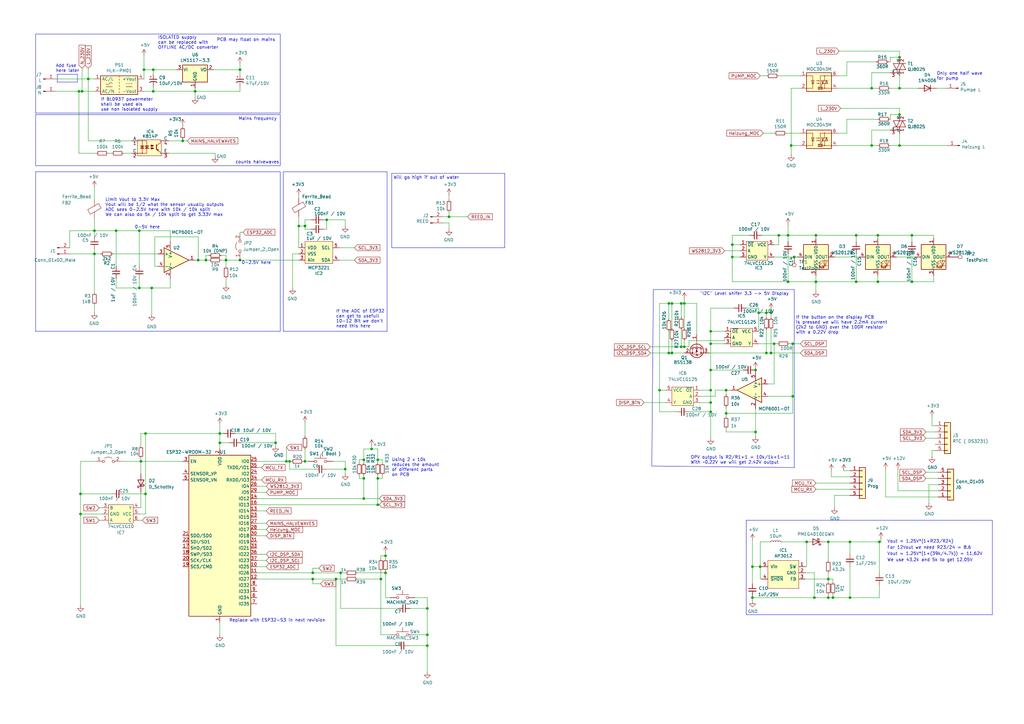
<source format=kicad_sch>
(kicad_sch (version 20230121) (generator eeschema)
  (paper "A3")
  (junction (at 311.15 128.27))
  (junction (at 280.67 142.24))
  (junction (at 279.4 124.46))
  (junction (at 128.27 234.95))
  (junction (at 149.225 196.215))
  (junction (at 368.935 59.69))
  (junction (at 57.15 118.11))
  (junction (at 98.425 28.575))
  (junction (at 175.26 260.35))
  (junction (at 152.4 184.15))
  (junction (at 175.26 249.555))
  (junction (at 291.465 135.89))
  (junction (at 348.615 222.25))
  (junction (at 316.23 144.78))
  (junction (at 314.325 144.78))
  (junction (at 324.485 59.69))
  (junction (at 368.935 46.99))
  (junction (at 357.505 36.195))
  (junction (at 334.645 115.57))
  (junction (at 280.67 124.46))
  (junction (at 92.71 106.68))
  (junction (at 141.605 192.405))
  (junction (at 117.475 189.23))
  (junction (at 84.455 106.68))
  (junction (at 137.795 237.49))
  (junction (at 311.785 232.41))
  (junction (at 368.935 36.195))
  (junction (at 47.625 94.615))
  (junction (at 308.61 245.11))
  (junction (at 374.015 115.57))
  (junction (at 133.985 90.17))
  (junction (at 291.465 168.91))
  (junction (at 149.225 188.595))
  (junction (at 297.815 169.545))
  (junction (at 149.225 204.47))
  (junction (at 300.355 105.41))
  (junction (at 351.155 115.57))
  (junction (at 275.59 124.46))
  (junction (at 348.615 245.11))
  (junction (at 158.115 234.95))
  (junction (at 334.645 96.52))
  (junction (at 334.01 245.11))
  (junction (at 36.195 32.385))
  (junction (at 118.745 189.23))
  (junction (at 314.325 128.27))
  (junction (at 351.155 96.52))
  (junction (at 274.32 144.78))
  (junction (at 275.59 144.78))
  (junction (at 139.7 234.95))
  (junction (at 339.725 222.25))
  (junction (at 57.15 94.615))
  (junction (at 339.725 245.11))
  (junction (at 62.865 37.465))
  (junction (at 128.27 237.49))
  (junction (at 32.385 37.465))
  (junction (at 330.835 222.25))
  (junction (at 291.465 160.02))
  (junction (at 33.655 37.465))
  (junction (at 317.5 140.97))
  (junction (at 360.68 222.25))
  (junction (at 154.94 188.595))
  (junction (at 59.69 202.565))
  (junction (at 59.055 28.575))
  (junction (at 184.15 88.9))
  (junction (at 291.465 151.765))
  (junction (at 270.51 160.02))
  (junction (at 125.095 189.23))
  (junction (at 368.935 23.495))
  (junction (at 175.26 264.795))
  (junction (at 323.215 115.57))
  (junction (at 80.01 37.465))
  (junction (at 297.815 160.02))
  (junction (at 98.425 106.68))
  (junction (at 125.095 92.71))
  (junction (at 38.735 94.615))
  (junction (at 154.94 196.215))
  (junction (at 113.03 181.61))
  (junction (at 325.755 105.41))
  (junction (at 339.725 237.49))
  (junction (at 59.69 177.8))
  (junction (at 158.115 227.965))
  (junction (at 341.63 245.11))
  (junction (at 316.23 128.27))
  (junction (at 122.555 92.71))
  (junction (at 309.88 151.765))
  (junction (at 38.735 104.14))
  (junction (at 62.23 118.11))
  (junction (at 308.61 232.41))
  (junction (at 57.785 189.23))
  (junction (at 33.02 210.82))
  (junction (at 325.12 162.56))
  (junction (at 81.28 106.68))
  (junction (at 291.465 165.1))
  (junction (at 300.355 100.33))
  (junction (at 291.465 140.97))
  (junction (at 323.215 96.52))
  (junction (at 154.94 207.01))
  (junction (at 74.93 57.785))
  (junction (at 325.12 140.97))
  (junction (at 279.4 142.24))
  (junction (at 360.045 115.57))
  (junction (at 319.405 96.52))
  (junction (at 156.21 237.49))
  (junction (at 62.865 28.575))
  (junction (at 90.17 177.8))
  (junction (at 309.88 177.165))
  (junction (at 33.02 202.565))
  (junction (at 274.32 124.46))
  (junction (at 357.505 59.69))
  (junction (at 360.045 96.52))
  (junction (at 374.015 96.52))
  (junction (at 90.17 181.61))
  (wire (pts (xy 57.785 201.93) (xy 57.785 208.28)))
  (wire (pts (xy 360.68 222.25) (xy 361.315 222.25)))
  (polyline (pts (xy 114.935 135.89) (xy 114.935 70.485)))
  (wire (pts (xy 113.03 181.61) (xy 113.03 182.88)))
  (wire (pts (xy 341.63 243.84) (xy 341.63 245.11)))
  (wire (pts (xy 311.15 128.27) (xy 314.325 128.27)))
  (wire (pts (xy 175.26 245.11) (xy 175.26 249.555)))
  (wire (pts (xy 127.635 90.17) (xy 125.095 90.17)))
  (wire (pts (xy 125.095 189.23) (xy 126.365 189.23)))
  (polyline (pts (xy 116.205 70.485) (xy 116.205 135.89)))
  (wire (pts (xy 322.58 54.61) (xy 328.295 54.61)))
  (wire (pts (xy 383.54 174.625) (xy 382.27 174.625)))
  (wire (pts (xy 382.27 184.785) (xy 382.27 187.325)))
  (wire (pts (xy 38.735 104.14) (xy 38.735 102.235)))
  (wire (pts (xy 319.405 96.52) (xy 319.405 100.33)))
  (wire (pts (xy 324.485 36.195) (xy 324.485 59.69)))
  (wire (pts (xy 274.32 135.89) (xy 274.32 144.78)))
  (wire (pts (xy 311.785 232.41) (xy 311.785 222.25)))
  (wire (pts (xy 184.15 91.44) (xy 181.61 91.44)))
  (wire (pts (xy 280.67 124.46) (xy 285.75 124.46)))
  (wire (pts (xy 184.15 93.98) (xy 184.15 91.44)))
  (wire (pts (xy 308.61 221.615) (xy 308.61 232.41)))
  (wire (pts (xy 300.355 105.41) (xy 303.53 105.41)))
  (wire (pts (xy 155.575 204.47) (xy 149.225 204.47)))
  (polyline (pts (xy 31.75 33.655) (xy 31.75 30.48)))
  (polyline (pts (xy 14.605 70.485) (xy 14.605 135.89)))
  (wire (pts (xy 270.51 160.02) (xy 273.05 160.02)))
  (wire (pts (xy 383.54 184.785) (xy 382.27 184.785)))
  (wire (pts (xy 154.94 196.215) (xy 154.94 207.01)))
  (wire (pts (xy 33.02 210.82) (xy 41.91 210.82)))
  (polyline (pts (xy 207.01 101.6) (xy 160.655 101.6)))
  (wire (pts (xy 368.935 54.61) (xy 368.935 59.69)))
  (wire (pts (xy 325.12 140.97) (xy 325.12 162.56)))
  (polyline (pts (xy 160.655 71.12) (xy 207.01 71.12)))
  (wire (pts (xy 105.41 201.93) (xy 109.22 201.93)))
  (wire (pts (xy 38.735 97.155) (xy 38.735 94.615)))
  (wire (pts (xy 334.645 119.38) (xy 334.645 115.57)))
  (wire (pts (xy 311.15 126.365) (xy 311.15 128.27)))
  (wire (pts (xy 69.85 114.3) (xy 69.85 118.11)))
  (wire (pts (xy 365.125 59.69) (xy 368.935 59.69)))
  (wire (pts (xy 85.725 104.775) (xy 84.455 104.775)))
  (wire (pts (xy 282.575 142.24) (xy 282.575 139.7)))
  (wire (pts (xy 154.94 196.215) (xy 156.845 196.215)))
  (wire (pts (xy 125.095 184.15) (xy 125.095 189.23)))
  (wire (pts (xy 156.21 227.965) (xy 158.115 227.965)))
  (wire (pts (xy 270.51 160.02) (xy 270.51 168.91)))
  (wire (pts (xy 384.175 36.195) (xy 387.985 36.195)))
  (wire (pts (xy 342.265 203.2) (xy 342.265 208.28)))
  (polyline (pts (xy 325.755 191.77) (xy 267.335 191.135)))
  (wire (pts (xy 32.385 37.465) (xy 32.385 62.865)))
  (wire (pts (xy 297.815 169.545) (xy 325.12 169.545)))
  (polyline (pts (xy 325.755 146.685) (xy 325.755 191.77)))
  (wire (pts (xy 343.535 59.69) (xy 357.505 59.69)))
  (wire (pts (xy 307.34 96.52) (xy 300.355 96.52)))
  (wire (pts (xy 98.425 30.48) (xy 98.425 28.575)))
  (wire (pts (xy 303.53 100.33) (xy 300.355 100.33)))
  (wire (pts (xy 290.83 144.78) (xy 314.325 144.78)))
  (wire (pts (xy 312.42 96.52) (xy 319.405 96.52)))
  (wire (pts (xy 105.41 199.39) (xy 109.22 199.39)))
  (wire (pts (xy 344.805 44.45) (xy 368.935 44.45)))
  (wire (pts (xy 32.385 37.465) (xy 33.655 37.465)))
  (wire (pts (xy 158.115 226.695) (xy 158.115 227.965)))
  (wire (pts (xy 59.69 177.8) (xy 57.785 177.8)))
  (wire (pts (xy 308.61 244.475) (xy 308.61 245.11)))
  (wire (pts (xy 125.095 93.98) (xy 125.095 92.71)))
  (wire (pts (xy 339.725 222.25) (xy 348.615 222.25)))
  (wire (pts (xy 334.645 200.66) (xy 348.615 200.66)))
  (wire (pts (xy 147.32 188.595) (xy 149.225 188.595)))
  (wire (pts (xy 334.645 97.79) (xy 334.645 96.52)))
  (wire (pts (xy 384.81 196.215) (xy 379.73 196.215)))
  (wire (pts (xy 314.325 128.27) (xy 316.23 128.27)))
  (wire (pts (xy 28.575 94.615) (xy 28.575 101.6)))
  (wire (pts (xy 57.15 94.615) (xy 69.85 94.615)))
  (wire (pts (xy 357.505 59.69) (xy 360.045 59.69)))
  (wire (pts (xy 92.71 104.775) (xy 92.71 106.68)))
  (wire (pts (xy 50.8 202.565) (xy 59.69 202.565)))
  (wire (pts (xy 105.41 191.77) (xy 107.315 191.77)))
  (wire (pts (xy 132.715 93.98) (xy 133.985 93.98)))
  (wire (pts (xy 69.85 99.06) (xy 69.85 94.615)))
  (wire (pts (xy 160.02 260.35) (xy 156.21 260.35)))
  (wire (pts (xy 339.725 237.49) (xy 330.2 237.49)))
  (wire (pts (xy 351.155 115.57) (xy 360.045 115.57)))
  (wire (pts (xy 368.935 36.195) (xy 376.555 36.195)))
  (wire (pts (xy 57.785 187.96) (xy 57.785 189.23)))
  (wire (pts (xy 57.15 118.11) (xy 47.625 118.11)))
  (wire (pts (xy 59.055 22.86) (xy 59.055 28.575)))
  (wire (pts (xy 133.985 90.17) (xy 132.715 90.17)))
  (wire (pts (xy 344.17 20.955) (xy 368.935 20.955)))
  (wire (pts (xy 297.18 102.87) (xy 303.53 102.87)))
  (wire (pts (xy 280.67 124.46) (xy 280.67 122.555)))
  (polyline (pts (xy 116.205 135.89) (xy 158.75 135.89)))
  (wire (pts (xy 81.28 106.68) (xy 84.455 106.68)))
  (wire (pts (xy 314.325 128.27) (xy 314.325 130.175)))
  (wire (pts (xy 133.985 192.405) (xy 141.605 192.405)))
  (wire (pts (xy 360.68 222.25) (xy 360.68 234.95)))
  (wire (pts (xy 297.815 160.02) (xy 297.815 161.925)))
  (wire (pts (xy 379.73 193.675) (xy 384.81 193.675)))
  (wire (pts (xy 57.15 208.28) (xy 57.785 208.28)))
  (wire (pts (xy 311.785 237.49) (xy 311.785 232.41)))
  (wire (pts (xy 49.53 189.23) (xy 57.785 189.23)))
  (polyline (pts (xy 116.205 70.485) (xy 158.75 70.485)))
  (wire (pts (xy 90.17 177.8) (xy 90.17 173.99)))
  (wire (pts (xy 154.94 194.945) (xy 154.94 196.215)))
  (wire (pts (xy 297.18 140.97) (xy 291.465 140.97)))
  (wire (pts (xy 59.69 202.565) (xy 59.69 210.82)))
  (wire (pts (xy 50.8 62.865) (xy 53.975 62.865)))
  (wire (pts (xy 105.41 229.87) (xy 109.22 229.87)))
  (wire (pts (xy 62.865 37.465) (xy 62.865 35.56)))
  (wire (pts (xy 275.59 144.78) (xy 280.67 144.78)))
  (wire (pts (xy 280.67 142.24) (xy 282.575 142.24)))
  (wire (pts (xy 279.4 124.46) (xy 279.4 130.175)))
  (wire (pts (xy 339.725 234.95) (xy 339.725 237.49)))
  (wire (pts (xy 139.7 249.555) (xy 163.195 249.555)))
  (wire (pts (xy 382.905 96.52) (xy 382.905 97.79)))
  (wire (pts (xy 98.425 28.575) (xy 98.425 26.035)))
  (wire (pts (xy 57.15 94.615) (xy 47.625 94.615)))
  (polyline (pts (xy 160.655 71.12) (xy 160.655 101.6)))
  (wire (pts (xy 98.425 95.25) (xy 98.425 95.885)))
  (wire (pts (xy 63.5 109.22) (xy 63.5 97.155)))
  (wire (pts (xy 291.465 165.1) (xy 291.465 168.91)))
  (wire (pts (xy 297.18 139.7) (xy 282.575 139.7)))
  (wire (pts (xy 348.615 222.25) (xy 360.68 222.25)))
  (wire (pts (xy 170.18 260.35) (xy 175.26 260.35)))
  (wire (pts (xy 184.15 86.995) (xy 184.15 88.9)))
  (wire (pts (xy 145.415 101.6) (xy 139.065 101.6)))
  (wire (pts (xy 328.295 59.69) (xy 324.485 59.69)))
  (wire (pts (xy 81.28 106.68) (xy 81.28 97.155)))
  (wire (pts (xy 368.935 46.99) (xy 365.125 46.99)))
  (wire (pts (xy 297.815 175.895) (xy 297.815 177.165)))
  (wire (pts (xy 308.61 239.395) (xy 308.61 232.41)))
  (wire (pts (xy 368.935 31.115) (xy 368.935 36.195)))
  (wire (pts (xy 314.325 144.78) (xy 316.23 144.78)))
  (wire (pts (xy 360.68 240.03) (xy 360.68 245.11)))
  (polyline (pts (xy 14.605 13.97) (xy 114.935 13.97)))
  (wire (pts (xy 146.685 234.95) (xy 158.115 234.95)))
  (wire (pts (xy 266.7 144.78) (xy 274.32 144.78)))
  (wire (pts (xy 316.23 128.27) (xy 316.23 130.175)))
  (wire (pts (xy 270.51 168.91) (xy 277.495 168.91)))
  (polyline (pts (xy 14.605 70.485) (xy 114.935 70.485)))
  (wire (pts (xy 325.12 169.545) (xy 325.12 162.56)))
  (wire (pts (xy 149.225 184.15) (xy 152.4 184.15)))
  (wire (pts (xy 175.26 260.35) (xy 175.26 264.795)))
  (wire (pts (xy 270.51 124.46) (xy 270.51 160.02)))
  (wire (pts (xy 279.4 142.24) (xy 280.67 142.24)))
  (wire (pts (xy 360.045 48.895) (xy 347.345 48.895)))
  (wire (pts (xy 360.045 97.79) (xy 360.045 96.52)))
  (wire (pts (xy 69.215 62.865) (xy 88.265 62.865)))
  (wire (pts (xy 80.01 37.465) (xy 80.01 36.195)))
  (wire (pts (xy 339.725 222.25) (xy 339.725 229.87)))
  (wire (pts (xy 343.535 36.195) (xy 357.505 36.195)))
  (wire (pts (xy 374.015 99.06) (xy 374.015 96.52)))
  (wire (pts (xy 325.12 162.56) (xy 314.96 162.56)))
  (wire (pts (xy 297.18 138.43) (xy 297.18 139.7)))
  (wire (pts (xy 297.815 167.005) (xy 297.815 169.545)))
  (wire (pts (xy 124.46 189.23) (xy 125.095 189.23)))
  (wire (pts (xy 38.735 76.835) (xy 38.735 81.915)))
  (wire (pts (xy 105.41 189.23) (xy 117.475 189.23)))
  (wire (pts (xy 141.605 192.405) (xy 141.605 189.23)))
  (polyline (pts (xy 306.07 213.36) (xy 407.035 213.36)))
  (wire (pts (xy 122.555 92.71) (xy 122.555 101.6)))
  (wire (pts (xy 351.155 96.52) (xy 360.045 96.52)))
  (wire (pts (xy 38.735 89.535) (xy 38.735 94.615)))
  (polyline (pts (xy 306.07 252.095) (xy 407.035 252.095)))
  (wire (pts (xy 323.215 115.57) (xy 334.645 115.57)))
  (wire (pts (xy 317.5 157.48) (xy 317.5 140.97)))
  (wire (pts (xy 191.77 88.9) (xy 184.15 88.9)))
  (wire (pts (xy 33.655 27.94) (xy 33.655 37.465)))
  (wire (pts (xy 334.01 234.95) (xy 334.01 245.11)))
  (wire (pts (xy 339.725 245.11) (xy 334.01 245.11)))
  (wire (pts (xy 45.72 202.565) (xy 33.02 202.565)))
  (wire (pts (xy 156.21 229.235) (xy 156.21 227.965)))
  (wire (pts (xy 128.27 237.49) (xy 105.41 237.49)))
  (wire (pts (xy 80.01 106.68) (xy 81.28 106.68)))
  (polyline (pts (xy 114.935 46.99) (xy 14.605 46.99)))
  (wire (pts (xy 309.88 177.165) (xy 309.88 179.07)))
  (wire (pts (xy 62.23 118.11) (xy 57.15 118.11)))
  (wire (pts (xy 368.3 201.295) (xy 384.81 201.295)))
  (wire (pts (xy 149.225 194.945) (xy 149.225 196.215)))
  (wire (pts (xy 57.785 189.23) (xy 74.93 189.23)))
  (wire (pts (xy 146.685 237.49) (xy 156.21 237.49)))
  (wire (pts (xy 360.045 113.03) (xy 360.045 115.57)))
  (wire (pts (xy 36.195 57.785) (xy 53.975 57.785)))
  (wire (pts (xy 319.405 100.33) (xy 317.5 100.33)))
  (wire (pts (xy 168.275 249.555) (xy 175.26 249.555)))
  (wire (pts (xy 91.44 177.8) (xy 90.17 177.8)))
  (polyline (pts (xy 23.495 33.655) (xy 31.75 33.655)))
  (wire (pts (xy 105.41 204.47) (xy 149.225 204.47)))
  (wire (pts (xy 325.755 105.41) (xy 327.025 105.41)))
  (wire (pts (xy 323.215 92.075) (xy 323.215 96.52)))
  (wire (pts (xy 98.425 37.465) (xy 80.01 37.465)))
  (polyline (pts (xy 114.935 46.99) (xy 114.935 67.945)))
  (wire (pts (xy 149.225 196.215) (xy 149.225 204.47)))
  (wire (pts (xy 323.215 99.06) (xy 323.215 96.52)))
  (polyline (pts (xy 31.75 30.48) (xy 23.495 30.48)))
  (wire (pts (xy 80.01 40.005) (xy 80.01 37.465)))
  (wire (pts (xy 328.295 31.115) (xy 319.405 31.115)))
  (wire (pts (xy 122.555 104.14) (xy 120.015 104.14)))
  (wire (pts (xy 59.69 210.82) (xy 57.15 210.82)))
  (wire (pts (xy 84.455 106.68) (xy 85.725 106.68)))
  (wire (pts (xy 341.63 245.11) (xy 348.615 245.11)))
  (wire (pts (xy 92.71 106.68) (xy 98.425 106.68)))
  (wire (pts (xy 311.15 128.27) (xy 311.15 135.89)))
  (wire (pts (xy 33.02 189.23) (xy 33.02 202.565)))
  (polyline (pts (xy 325.755 118.745) (xy 325.755 146.685)))
  (wire (pts (xy 319.405 96.52) (xy 323.215 96.52)))
  (wire (pts (xy 314.325 135.255) (xy 314.325 144.78)))
  (wire (pts (xy 312.42 237.49) (xy 311.785 237.49)))
  (wire (pts (xy 379.73 179.705) (xy 383.54 179.705)))
  (wire (pts (xy 340.995 195.58) (xy 340.995 193.04)))
  (wire (pts (xy 311.15 140.97) (xy 317.5 140.97)))
  (wire (pts (xy 40.64 208.28) (xy 41.91 208.28)))
  (wire (pts (xy 125.095 173.355) (xy 125.095 179.07)))
  (polyline (pts (xy 306.07 213.36) (xy 306.07 252.095)))
  (wire (pts (xy 364.49 25.4) (xy 365.125 25.4)))
  (wire (pts (xy 346.075 193.04) (xy 348.615 193.04)))
  (wire (pts (xy 113.03 181.61) (xy 113.03 177.8)))
  (wire (pts (xy 156.845 189.865) (xy 156.845 188.595)))
  (polyline (pts (xy 207.01 71.12) (xy 207.01 101.6)))
  (wire (pts (xy 136.525 189.23) (xy 141.605 189.23)))
  (wire (pts (xy 38.735 104.14) (xy 41.275 104.14)))
  (wire (pts (xy 360.045 96.52) (xy 374.015 96.52)))
  (wire (pts (xy 323.215 115.57) (xy 300.355 115.57)))
  (wire (pts (xy 291.465 151.765) (xy 291.465 160.02)))
  (wire (pts (xy 57.15 213.36) (xy 58.42 213.36)))
  (wire (pts (xy 154.94 188.595) (xy 156.845 188.595)))
  (polyline (pts (xy 267.97 118.745) (xy 325.755 118.745)))
  (wire (pts (xy 339.725 237.49) (xy 341.63 237.49)))
  (wire (pts (xy 117.475 189.23) (xy 118.745 189.23)))
  (wire (pts (xy 57.785 177.8) (xy 57.785 182.88)))
  (wire (pts (xy 62.865 37.465) (xy 59.055 37.465)))
  (wire (pts (xy 300.355 96.52) (xy 300.355 100.33)))
  (wire (pts (xy 57.785 189.23) (xy 57.785 194.31)))
  (polyline (pts (xy 23.495 31.115) (xy 23.495 33.655)))
  (wire (pts (xy 120.015 104.14) (xy 120.015 118.11)))
  (wire (pts (xy 316.23 144.78) (xy 328.295 144.78)))
  (wire (pts (xy 341.63 237.49) (xy 341.63 238.76)))
  (wire (pts (xy 57.15 114.3) (xy 57.15 118.11)))
  (wire (pts (xy 90.17 260.35) (xy 90.17 255.27)))
  (wire (pts (xy 139.7 249.555) (xy 139.7 234.95)))
  (wire (pts (xy 69.85 118.11) (xy 62.23 118.11)))
  (wire (pts (xy 122.555 92.71) (xy 122.555 88.9)))
  (wire (pts (xy 275.59 124.46) (xy 275.59 134.62)))
  (wire (pts (xy 357.505 59.69) (xy 357.505 53.34)))
  (wire (pts (xy 147.32 196.215) (xy 149.225 196.215)))
  (wire (pts (xy 363.22 203.835) (xy 363.22 192.405)))
  (wire (pts (xy 368.935 20.955) (xy 368.935 23.495)))
  (wire (pts (xy 334.645 115.57) (xy 351.155 115.57)))
  (wire (pts (xy 33.655 37.465) (xy 38.735 37.465)))
  (wire (pts (xy 125.095 90.17) (xy 125.095 92.71)))
  (wire (pts (xy 297.815 169.545) (xy 297.815 170.815)))
  (wire (pts (xy 39.37 189.23) (xy 33.02 189.23)))
  (wire (pts (xy 379.73 177.165) (xy 383.54 177.165)))
  (wire (pts (xy 127.635 93.98) (xy 125.095 93.98)))
  (wire (pts (xy 351.155 104.14) (xy 351.155 115.57)))
  (wire (pts (xy 291.465 160.02) (xy 291.465 165.1)))
  (wire (pts (xy 324.485 63.5) (xy 324.485 59.69)))
  (wire (pts (xy 158.115 245.11) (xy 158.115 234.95)))
  (wire (pts (xy 105.41 196.85) (xy 107.315 196.85)))
  (wire (pts (xy 137.795 264.795) (xy 137.795 237.49)))
  (wire (pts (xy 139.7 234.95) (xy 141.605 234.95)))
  (wire (pts (xy 374.015 96.52) (xy 382.905 96.52)))
  (wire (pts (xy 38.735 128.27) (xy 38.735 125.095)))
  (wire (pts (xy 365.125 46.99) (xy 365.125 48.895)))
  (wire (pts (xy 291.465 140.97) (xy 291.465 151.765)))
  (wire (pts (xy 40.64 213.36) (xy 41.91 213.36)))
  (wire (pts (xy 297.18 135.89) (xy 291.465 135.89)))
  (wire (pts (xy 158.115 245.11) (xy 160.02 245.11)))
  (wire (pts (xy 291.465 126.365) (xy 291.465 135.89)))
  (wire (pts (xy 365.125 36.195) (xy 368.935 36.195)))
  (wire (pts (xy 38.735 94.615) (xy 28.575 94.615)))
  (wire (pts (xy 149.225 189.865) (xy 149.225 188.595)))
  (wire (pts (xy 360.045 115.57) (xy 374.015 115.57)))
  (wire (pts (xy 156.21 234.315) (xy 156.21 237.49)))
  (wire (pts (xy 105.41 234.95) (xy 128.27 234.95)))
  (wire (pts (xy 118.745 189.23) (xy 118.745 192.405)))
  (wire (pts (xy 343.535 31.115) (xy 347.345 31.115)))
  (wire (pts (xy 145.415 106.68) (xy 139.065 106.68)))
  (wire (pts (xy 275.59 124.46) (xy 279.4 124.46)))
  (polyline (pts (xy 114.935 46.355) (xy 14.605 46.355)))
  (polyline (pts (xy 158.75 135.89) (xy 158.75 70.485)))
  (wire (pts (xy 300.355 100.33) (xy 300.355 105.41)))
  (wire (pts (xy 154.94 188.595) (xy 154.94 184.15)))
  (wire (pts (xy 92.71 114.3) (xy 92.71 116.84)))
  (wire (pts (xy 133.985 93.98) (xy 133.985 90.17)))
  (wire (pts (xy 105.41 209.55) (xy 109.22 209.55)))
  (wire (pts (xy 351.155 99.06) (xy 351.155 96.52)))
  (wire (pts (xy 368.3 192.405) (xy 368.3 201.295)))
  (wire (pts (xy 92.71 106.68) (xy 92.71 109.22)))
  (wire (pts (xy 312.42 232.41) (xy 311.785 232.41)))
  (wire (pts (xy 318.77 140.97) (xy 317.5 140.97)))
  (wire (pts (xy 317.5 105.41) (xy 325.755 105.41)))
  (wire (pts (xy 47.625 114.3) (xy 47.625 118.11)))
  (wire (pts (xy 32.385 62.865) (xy 39.37 62.865)))
  (wire (pts (xy 93.98 181.61) (xy 90.17 181.61)))
  (wire (pts (xy 323.85 140.97) (xy 325.12 140.97)))
  (wire (pts (xy 368.935 44.45) (xy 368.935 46.99)))
  (wire (pts (xy 137.795 264.795) (xy 162.56 264.795)))
  (wire (pts (xy 105.41 207.01) (xy 154.94 207.01)))
  (wire (pts (xy 98.425 35.56) (xy 98.425 37.465)))
  (wire (pts (xy 381 198.755) (xy 381 206.375)))
  (polyline (pts (xy 407.035 252.095) (xy 407.035 213.36)))
  (wire (pts (xy 311.785 31.115) (xy 314.325 31.115)))
  (wire (pts (xy 274.32 130.81) (xy 274.32 124.46)))
  (wire (pts (xy 297.815 177.165) (xy 309.88 177.165)))
  (wire (pts (xy 334.645 96.52) (xy 351.155 96.52)))
  (wire (pts (xy 105.41 227.33) (xy 109.22 227.33)))
  (wire (pts (xy 311.785 232.41) (xy 308.61 232.41)))
  (wire (pts (xy 365.125 23.495) (xy 365.125 25.4)))
  (wire (pts (xy 334.01 245.11) (xy 308.61 245.11)))
  (wire (pts (xy 361.315 222.25) (xy 361.315 220.98)))
  (wire (pts (xy 158.115 229.235) (xy 158.115 227.965)))
  (wire (pts (xy 47.625 94.615) (xy 47.625 109.22)))
  (wire (pts (xy 285.75 124.46) (xy 285.75 137.16)))
  (wire (pts (xy 105.41 219.71) (xy 109.22 219.71)))
  (wire (pts (xy 88.265 62.865) (xy 88.265 64.135)))
  (wire (pts (xy 274.32 124.46) (xy 275.59 124.46)))
  (wire (pts (xy 314.96 157.48) (xy 317.5 157.48)))
  (wire (pts (xy 330.2 234.95) (xy 334.01 234.95)))
  (wire (pts (xy 33.02 202.565) (xy 33.02 210.82)))
  (wire (pts (xy 90.17 181.61) (xy 90.17 184.15)))
  (wire (pts (xy 313.055 54.61) (xy 317.5 54.61)))
  (wire (pts (xy 363.22 203.835) (xy 384.81 203.835)))
  (wire (pts (xy 117.475 183.515) (xy 117.475 189.23)))
  (wire (pts (xy 357.505 53.34) (xy 365.125 53.34)))
  (wire (pts (xy 374.015 104.14) (xy 374.015 115.57)))
  (wire (pts (xy 147.32 189.865) (xy 147.32 188.595)))
  (wire (pts (xy 282.575 168.91) (xy 291.465 168.91)))
  (wire (pts (xy 99.06 181.61) (xy 113.03 181.61)))
  (wire (pts (xy 63.5 109.22) (xy 64.77 109.22)))
  (wire (pts (xy 274.32 124.46) (xy 270.51 124.46)))
  (wire (pts (xy 323.215 104.14) (xy 323.215 115.57)))
  (wire (pts (xy 309.88 167.64) (xy 309.88 177.165)))
  (wire (pts (xy 311.785 222.25) (xy 315.595 222.25)))
  (wire (pts (xy 109.22 232.41) (xy 105.41 232.41)))
  (wire (pts (xy 98.425 106.68) (xy 122.555 106.68)))
  (polyline (pts (xy 267.335 191.135) (xy 267.97 118.745)))
  (wire (pts (xy 274.32 144.78) (xy 275.59 144.78)))
  (wire (pts (xy 149.225 188.595) (xy 149.225 184.15)))
  (polyline (pts (xy 14.605 13.97) (xy 14.605 46.355)))
  (wire (pts (xy 343.535 54.61) (xy 347.345 54.61)))
  (wire (pts (xy 280.67 139.7) (xy 280.67 142.24)))
  (wire (pts (xy 339.725 237.49) (xy 339.725 238.76)))
  (wire (pts (xy 59.055 32.385) (xy 59.055 28.575)))
  (wire (pts (xy 38.735 104.14) (xy 28.575 104.14)))
  (wire (pts (xy 334.645 198.12) (xy 348.615 198.12)))
  (wire (pts (xy 299.72 160.02) (xy 297.815 160.02)))
  (wire (pts (xy 184.15 88.9) (xy 181.61 88.9)))
  (wire (pts (xy 74.93 52.07) (xy 74.93 51.435)))
  (wire (pts (xy 98.425 106.045) (xy 98.425 106.68)))
  (wire (pts (xy 330.835 222.25) (xy 330.835 232.41)))
  (wire (pts (xy 309.88 151.13) (xy 309.88 151.765)))
  (wire (pts (xy 46.355 104.14) (xy 64.77 104.14)))
  (wire (pts (xy 59.69 177.8) (xy 59.69 202.565)))
  (wire (pts (xy 147.32 194.945) (xy 147.32 196.215)))
  (wire (pts (xy 266.7 142.24) (xy 279.4 142.24)))
  (wire (pts (xy 275.59 139.7) (xy 275.59 144.78)))
  (wire (pts (xy 348.615 227.33) (xy 348.615 222.25)))
  (wire (pts (xy 137.795 237.49) (xy 128.27 237.49)))
  (wire (pts (xy 90.17 177.8) (xy 90.17 181.61)))
  (wire (pts (xy 382.905 115.57) (xy 382.905 113.03)))
  (wire (pts (xy 141.605 192.405) (xy 141.605 194.31)))
  (wire (pts (xy 36.195 27.94) (xy 36.195 32.385)))
  (polyline (pts (xy 14.605 46.99) (xy 14.605 67.945)))
  (wire (pts (xy 291.465 151.765) (xy 304.8 151.765)))
  (wire (pts (xy 308.61 245.11) (xy 308.61 246.38)))
  (wire (pts (xy 74.93 57.15) (xy 74.93 57.785)))
  (wire (pts (xy 125.095 92.71) (xy 122.555 92.71)))
  (wire (pts (xy 158.115 234.315) (xy 158.115 234.95)))
  (wire (pts (xy 338.455 222.25) (xy 339.725 222.25)))
  (wire (pts (xy 128.27 233.045) (xy 128.27 234.95)))
  (wire (pts (xy 348.615 245.11) (xy 348.615 232.41)))
  (wire (pts (xy 128.27 239.395) (xy 128.27 237.49)))
  (polyline (pts (xy 23.495 30.48) (xy 23.495 31.115)))
  (wire (pts (xy 293.37 160.02) (xy 297.815 160.02)))
  (wire (pts (xy 339.725 245.11) (xy 341.63 245.11)))
  (wire (pts (xy 280.67 124.46) (xy 279.4 124.46)))
  (wire (pts (xy 62.865 28.575) (xy 59.055 28.575)))
  (wire (pts (xy 109.22 214.63) (xy 105.41 214.63)))
  (wire (pts (xy 131.445 239.395) (xy 128.27 239.395)))
  (wire (pts (xy 87.63 28.575) (xy 98.425 28.575)))
  (wire (pts (xy 334.645 115.57) (xy 334.645 113.03)))
  (wire (pts (xy 287.02 160.02) (xy 291.465 160.02)))
  (wire (pts (xy 374.015 115.57) (xy 382.905 115.57)))
  (wire (pts (xy 280.67 124.46) (xy 280.67 134.62)))
  (wire (pts (xy 141.605 90.17) (xy 141.605 92.71)))
  (wire (pts (xy 62.865 30.48) (xy 62.865 28.575)))
  (wire (pts (xy 152.4 184.15) (xy 152.4 182.88)))
  (wire (pts (xy 291.465 135.89) (xy 291.465 140.97)))
  (wire (pts (xy 324.485 36.195) (xy 328.295 36.195)))
  (wire (pts (xy 80.01 37.465) (xy 62.865 37.465)))
  (wire (pts (xy 316.23 135.255) (xy 316.23 144.78)))
  (wire (pts (xy 45.72 62.865) (xy 44.45 62.865)))
  (wire (pts (xy 137.795 237.49) (xy 141.605 237.49)))
  (wire (pts (xy 287.02 165.1) (xy 291.465 165.1)))
  (wire (pts (xy 84.455 104.775) (xy 84.455 106.68)))
  (wire (pts (xy 36.195 32.385) (xy 38.735 32.385)))
  (wire (pts (xy 384.81 198.755) (xy 381 198.755)))
  (wire (pts (xy 33.02 210.82) (xy 33.02 248.285)))
  (wire (pts (xy 76.835 57.785) (xy 74.93 57.785)))
  (polyline (pts (xy 114.935 13.97) (xy 114.935 46.355)))
  (wire (pts (xy 62.23 128.905) (xy 62.23 118.11)))
  (wire (pts (xy 175.26 264.795) (xy 175.26 275.59)))
  (wire (pts (xy 90.17 177.8) (xy 59.69 177.8)))
  (wire (pts (xy 154.94 189.865) (xy 154.94 188.595)))
  (wire (pts (xy 38.735 94.615) (xy 47.625 94.615)))
  (wire (pts (xy 133.985 90.17) (xy 141.605 90.17)))
  (wire (pts (xy 122.555 80.01) (xy 122.555 81.28)))
  (wire (pts (xy 90.805 106.68) (xy 92.71 106.68)))
  (wire (pts (xy 99.695 95.25) (xy 98.425 95.25)))
  (wire (pts (xy 342.265 105.41) (xy 352.425 105.41)))
  (wire (pts (xy 348.615 195.58) (xy 340.995 195.58)))
  (wire (pts (xy 291.465 168.91) (xy 291.465 179.705)))
  (wire (pts (xy 72.39 28.575) (xy 62.865 28.575)))
  (wire (pts (xy 330.835 232.41) (xy 330.2 232.41)))
  (wire (pts (xy 357.505 36.195) (xy 357.505 29.845)))
  (wire (pts (xy 128.27 234.95) (xy 139.7 234.95)))
  (wire (pts (xy 118.745 192.405) (xy 128.905 192.405)))
  (wire (pts (xy 287.02 162.56) (xy 293.37 162.56)))
  (wire (pts (xy 167.64 264.795) (xy 175.26 264.795)))
  (wire (pts (xy 359.41 25.4) (xy 347.345 25.4)))
  (wire (pts (xy 118.745 189.23) (xy 119.38 189.23)))
  (wire (pts (xy 130.81 233.045) (xy 128.27 233.045)))
  (wire (pts (xy 105.41 217.17) (xy 109.22 217.17)))
  (wire (pts (xy 339.725 243.84) (xy 339.725 245.11)))
  (wire (pts (xy 347.345 25.4) (xy 347.345 31.115)))
  (wire (pts (xy 300.99 126.365) (xy 291.465 126.365)))
  (wire (pts (xy 367.665 105.41) (xy 375.285 105.41)))
  (wire (pts (xy 156.21 237.49) (xy 156.21 260.35)))
  (wire (pts (xy 96.52 177.8) (xy 113.03 177.8)))
  (wire (pts (xy 368.935 59.69) (xy 388.62 59.69)))
  (wire (pts (xy 155.575 207.01) (xy 154.94 207.01)))
  (wire (pts (xy 156.845 194.945) (xy 156.845 196.215)))
  (wire (pts (xy 348.615 203.2) (xy 342.265 203.2)))
  (wire (pts (xy 184.15 80.01) (xy 184.15 81.915)))
  (wire (pts (xy 325.12 140.97) (xy 328.295 140.97)))
  (wire (pts (xy 316.23 127) (xy 316.23 128.27)))
  (polyline (pts (xy 14.605 67.945) (xy 114.935 67.945)))
  (wire (pts (xy 36.195 32.385) (xy 36.195 57.785)))
  (wire (pts (xy 300.355 105.41) (xy 300.355 115.57)))
  (wire (pts (xy 22.86 37.465) (xy 32.385 37.465)))
  (wire (pts (xy 264.16 165.1) (xy 273.05 165.1)))
  (wire (pts (xy 357.505 36.195) (xy 360.045 36.195)))
  (wire (pts (xy 309.88 151.765) (xy 309.88 152.4)))
  (polyline (pts (xy 14.605 135.89) (xy 114.935 135.89)))
  (wire (pts (xy 320.675 222.25) (xy 330.835 222.25)))
  (wire (pts (xy 90.805 104.775) (xy 92.71 104.775)))
  (wire (pts (xy 368.935 23.495) (xy 365.125 23.495)))
  (wire (pts (xy 357.505 29.845) (xy 365.125 29.845)))
  (wire (pts (xy 360.68 245.11) (xy 348.615 245.11)))
  (wire (pts (xy 306.07 126.365) (xy 311.15 126.365)))
  (wire (pts (xy 170.18 245.11) (xy 175.26 245.11)))
  (wire (pts (xy 175.26 249.555) (xy 175.26 260.35)))
  (wire (pts (xy 323.215 96.52) (xy 334.645 96.52)))
  (wire (pts (xy 347.345 48.895) (xy 347.345 54.61)))
  (wire (pts (xy 152.4 184.15) (xy 154.94 184.15)))
  (wire (pts (xy 74.93 57.785) (xy 69.215 57.785)))
  (wire (pts (xy 38.735 104.14) (xy 38.735 120.015)))
  (wire (pts (xy 63.5 97.155) (xy 81.28 97.155)))
  (wire (pts (xy 279.4 135.255) (xy 279.4 142.24)))
  (wire (pts (xy 382.27 170.815) (xy 382.27 174.625)))
  (wire (pts (xy 57.15 94.615) (xy 57.15 109.22)))
  (wire (pts (xy 22.86 32.385) (xy 36.195 32.385)))
  (wire (pts (xy 293.37 162.56) (xy 293.37 160.02)))
  (text "Limit Vout to 3.3V Max\nVout will be 1/2 what the sensor usually outputs\nADC sees 0-2.5V here with 10k / 10k split\nWe can also do 5k / 10k split to get 3.33V max" (at 43.18 88.9 0) (effects (font (size 1.27 1.27)) (justify left bottom)))
  (text "Mains frequency" (at 97.79 49.53 0) (effects (font (size 1.27 1.27)) (justify left bottom)))
  (text "If BL0937 powermeter\nshall be used als\nuse non isolated supply" (at 41.275 45.72 0) (effects (font (size 1.27 1.27)) (justify left bottom)))
  (text "Vout = 1.25V*(1+(39k/4.7k)) = 11,62V" (at 363.855 227.965 0) (effects (font (size 1.27 1.27)) (justify left bottom)))
  (text "If the ADC of ESP32\ncan get to usefull\n10-12 Bit we don't\nneed this here\n" (at 137.795 134.62 0) (effects (font (size 1.27 1.27)) (justify left bottom)))
  (text "\"I2C\" Level shifer 3.3 -> 5V Display" (at 287.02 121.285 0) (effects (font (size 1.27 1.27)) (justify left bottom)))
  (text "If the button on the display PCB\nis pressed we will have 2.2mA current \n(2k2 to GND) over the 100R resistor\nwith a 0,22V drop\n" (at 326.39 137.16 0) (effects (font (size 1.27 1.27)) (justify left bottom)))
  (text "Only one half wave\nfor pump" (at 384.175 33.02 0) (effects (font (size 1.27 1.27)) (justify left bottom)))
  (text "counts halvewaves" (at 96.52 67.31 0) (effects (font (size 1.27 1.27)) (justify left bottom)))
  (text "Add fuse \nhere later" (at 22.86 29.845 0) (effects (font (size 1.27 1.27)) (justify left bottom)))
  (text "For 12Vout we need R23/24 = 8.6" (at 363.855 225.425 0) (effects (font (size 1.27 1.27)) (justify left bottom)))
  (text "OPV output is R2/R1+1 = 10k/1k+1=11\nWith ~0.22V we will get 2,42V output" (at 283.21 190.5 0) (effects (font (size 1.27 1.27)) (justify left bottom)))
  (text "0-2.5V here" (at 99.06 108.585 0) (effects (font (size 1.27 1.27)) (justify left bottom)))
  (text "Replace with ESP32-S3 in next revision" (at 93.98 255.27 0) (effects (font (size 1.27 1.27)) (justify left bottom)))
  (text "0-5V here" (at 55.245 93.98 0) (effects (font (size 1.27 1.27)) (justify left bottom)))
  (text "Using 2 x 10k \nreduces the amount\nof different parts\non PCB" (at 160.655 195.58 0) (effects (font (size 1.27 1.27)) (justify left bottom)))
  (text "Vout = 1.25V*(1+R23/R24)" (at 363.855 222.885 0) (effects (font (size 1.27 1.27)) (justify left bottom)))
  (text "Will go high if out of water\n" (at 161.29 73.66 0) (effects (font (size 1.27 1.27)) (justify left bottom)))
  (text "PCB may float on mains" (at 88.9 17.145 0) (effects (font (size 1.27 1.27)) (justify left bottom)))
  (text "ISOLATED supply\ncan be replaced with\nOFFLINE AC/DC converter\n" (at 64.77 20.32 0) (effects (font (size 1.27 1.27)) (justify left bottom)))
  (text "We use 43,2k and 5k to get 12,05V" (at 363.855 230.505 0) (effects (font (size 1.27 1.27)) (justify left bottom)))
  (global_label "SDA_3V3" (shape input) (at 155.575 204.47 0) (property "Intersheetrefs" "${INTERSHEET_REFS}" (effects hide)))
  (global_label "WS2812_3V3" (shape input) (at 109.22 199.39 0) (property "Intersheetrefs" "${INTERSHEET_REFS}" (effects hide)))
  (global_label "MCU_RX" (shape input) (at 334.645 200.66 180) (property "Intersheetrefs" "${INTERSHEET_REFS}" (effects hide)))
  (global_label "SCL_DSP" (shape input) (at 328.295 140.97 0) (property "Intersheetrefs" "${INTERSHEET_REFS}" (effects hide)))
  (global_label "MCU_TX" (shape input) (at 107.315 191.77 0) (property "Intersheetrefs" "${INTERSHEET_REFS}" (effects hide)))
  (global_label "WS2812_3V3" (shape input) (at 297.18 102.87 180) (property "Intersheetrefs" "${INTERSHEET_REFS}" (effects hide)))
  (global_label "SCL_3V3" (shape input) (at 145.415 101.6 0) (property "Intersheetrefs" "${INTERSHEET_REFS}" (effects hide)))
  (global_label "I2C_DSP_SDA" (shape input) (at 109.22 227.33 0) (property "Intersheetrefs" "${INTERSHEET_REFS}" (effects hide)))
  (global_label "L_230V" (shape input) (at 36.195 27.94 90) (property "Intersheetrefs" "${INTERSHEET_REFS}" (effects hide)))
  (global_label "SDA_3V3" (shape input) (at 379.73 177.165 180) (property "Intersheetrefs" "${INTERSHEET_REFS}" (effects hide)))
  (global_label "SW3" (shape input) (at 131.445 239.395 0) (property "Intersheetrefs" "${INTERSHEET_REFS}" (effects hide)))
  (global_label "SW2" (shape input) (at 130.81 233.045 0) (property "Intersheetrefs" "${INTERSHEET_REFS}" (effects hide)))
  (global_label "MAINS_HALVEWAVES" (shape input) (at 109.22 214.63 0) (property "Intersheetrefs" "${INTERSHEET_REFS}" (effects hide)))
  (global_label "ESP32_ADC" (shape input) (at 109.22 232.41 0) (property "Intersheetrefs" "${INTERSHEET_REFS}" (effects hide)))
  (global_label "SW2" (shape input) (at 40.64 208.28 180) (property "Intersheetrefs" "${INTERSHEET_REFS}" (effects hide)))
  (global_label "I2C_DSP_SCL" (shape input) (at 109.22 229.87 0) (property "Intersheetrefs" "${INTERSHEET_REFS}" (effects hide)))
  (global_label "SCL_DSP" (shape input) (at 379.73 193.675 180) (property "Intersheetrefs" "${INTERSHEET_REFS}" (effects hide)))
  (global_label "SW1" (shape input) (at 117.475 183.515 0) (property "Intersheetrefs" "${INTERSHEET_REFS}" (effects hide)))
  (global_label "MCU_RX" (shape input) (at 107.315 196.85 0) (property "Intersheetrefs" "${INTERSHEET_REFS}" (effects hide)))
  (global_label "DISP_BTN" (shape input) (at 109.22 219.71 0) (property "Intersheetrefs" "${INTERSHEET_REFS}" (effects hide)))
  (global_label "Heizung_MOC" (shape input) (at 109.22 217.17 0) (property "Intersheetrefs" "${INTERSHEET_REFS}" (effects hide)))
  (global_label "SDA_DSP" (shape input) (at 328.295 144.78 0) (property "Intersheetrefs" "${INTERSHEET_REFS}" (effects hide)))
  (global_label "PUMP_MOC" (shape input) (at 311.785 31.115 180) (property "Intersheetrefs" "${INTERSHEET_REFS}" (effects hide)))
  (global_label "ESP32_ADC" (shape input) (at 99.695 95.25 0) (property "Intersheetrefs" "${INTERSHEET_REFS}" (effects hide)))
  (global_label "Heizung_MOC" (shape input) (at 313.055 54.61 180) (property "Intersheetrefs" "${INTERSHEET_REFS}" (effects hide)))
  (global_label "L_230V" (shape input) (at 344.17 20.955 180) (property "Intersheetrefs" "${INTERSHEET_REFS}" (effects hide)))
  (global_label "N_230V" (shape input) (at 33.655 27.94 90) (property "Intersheetrefs" "${INTERSHEET_REFS}" (effects hide)))
  (global_label "DISP_BTN" (shape input) (at 264.16 165.1 180) (property "Intersheetrefs" "${INTERSHEET_REFS}" (effects hide)))
  (global_label "I2C_DSP_SCL" (shape input) (at 266.7 142.24 180) (property "Intersheetrefs" "${INTERSHEET_REFS}" (effects hide)))
  (global_label "REED_IN" (shape input) (at 109.22 209.55 0) (property "Intersheetrefs" "${INTERSHEET_REFS}" (effects hide)))
  (global_label "PUMP_MOC" (shape input) (at 109.22 201.93 0) (property "Intersheetrefs" "${INTERSHEET_REFS}" (effects hide)))
  (global_label "REED_IN" (shape input) (at 191.77 88.9 0) (property "Intersheetrefs" "${INTERSHEET_REFS}" (effects hide)))
  (global_label "SCL_3V3" (shape input) (at 155.575 207.01 0) (property "Intersheetrefs" "${INTERSHEET_REFS}" (effects hide)))
  (global_label "SW3" (shape input) (at 58.42 213.36 0) (property "Intersheetrefs" "${INTERSHEET_REFS}" (effects hide)))
  (global_label "L_230V" (shape input) (at 344.805 44.45 180) (property "Intersheetrefs" "${INTERSHEET_REFS}" (effects hide)))
  (global_label "MCU_TX" (shape input) (at 334.645 198.12 180) (property "Intersheetrefs" "${INTERSHEET_REFS}" (effects hide)))
  (global_label "I2C_DSP_SDA" (shape input) (at 266.7 144.78 180) (property "Intersheetrefs" "${INTERSHEET_REFS}" (effects hide)))
  (global_label "MAINS_HALVEWAVES" (shape input) (at 76.835 57.785 0) (property "Intersheetrefs" "${INTERSHEET_REFS}" (effects hide)))
  (global_label "SDA_3V3" (shape input) (at 145.415 106.68 0) (property "Intersheetrefs" "${INTERSHEET_REFS}" (effects hide)))
  (global_label "SCL_3V3" (shape input) (at 379.73 179.705 180) (property "Intersheetrefs" "${INTERSHEET_REFS}" (effects hide)))
  (global_label "SW1" (shape input) (at 40.64 213.36 180) (property "Intersheetrefs" "${INTERSHEET_REFS}" (effects hide)))
  (global_label "SDA_DSP" (shape input) (at 379.73 196.215 180) (property "Intersheetrefs" "${INTERSHEET_REFS}" (effects hide)))
  (symbol (lib_id "RF_Module:ESP32-WROOM-32") (at 90.17 219.71 0) (unit 1)
    (property "Reference" "U1" (at 91.44 185.42 0))
    (property "Value" "ESP32-WROOM-32" (at 77.47 185.42 0))
    (property "Footprint" "ESP32_Handsolder:ESP32-WROOM-32_HandSolder" (effects hide))
    (property "Datasheet" "https://www.espressif.com/sites/default/files/documentation/esp32-wroom-32_datasheet_en.pdf" (effects hide))
  )
  (symbol (lib_id "Switch:SW_Push") (at 131.445 189.23 0) (unit 1)
    (property "Reference" "SW2" (at 134.62 184.15 0))
    (property "Value" "SW1 ( Boot )" (at 133.35 186.055 0))
    (property "Footprint" "Button_Switch_THT:SW_PUSH_6mm" (effects hide))
  )
  (symbol (lib_id "Switch:SW_Push") (at 165.1 260.35 0) (unit 1)
    (property "Reference" "SW4" (at 170.18 259.08 0))
    (property "Value" "MACHINE_SW3" (at 165.1 261.62 0))
    (property "Footprint" "Button_Switch_THT:SW_PUSH_6mm" (effects hide))
  )
  (symbol (lib_id "Switch:SW_Push") (at 165.1 245.11 0) (unit 1)
    (property "Reference" "SW3" (at 162.56 241.3 0))
    (property "Value" "MACHINE_SW2" (at 165.1 247.015 0))
    (property "Footprint" "Button_Switch_THT:SW_PUSH_6mm" (effects hide))
  )
  (symbol (lib_id "Device:C_Small") (at 131.445 192.405 270) (unit 1)
    (property "Reference" "C6" (at 129.54 191.135 90))
    (property "Value" "100nF / 10V" (at 131.445 194.945 90))
    (property "Footprint" "Capacitor_SMD:C_0805_2012Metric_Pad1.18x1.45mm_HandSolder" (effects hide))
    (property "Order No. Mouser" "710-885012207098" (effects hide))
  )
  (symbol (lib_id "power:GND") (at 33.02 248.285 0) (unit 1)
    (property "Reference" "#PWR01" (effects hide))
    (property "Value" "GND" (at 33.147 252.6792 0))
  )
  (symbol (lib_id "Device:C_Small") (at 165.735 249.555 270) (unit 1)
    (property "Reference" "C7" (at 163.195 250.825 90))
    (property "Value" "100nF / 10V" (at 163.195 255.905 90))
    (property "Footprint" "Capacitor_SMD:C_0805_2012Metric_Pad1.18x1.45mm_HandSolder" (effects hide))
    (property "Order No. Mouser" "710-885012207098" (effects hide))
  )
  (symbol (lib_id "Device:C_Small") (at 165.1 264.795 270) (unit 1)
    (property "Reference" "C8" (at 163.195 264.16 90))
    (property "Value" "100nF / 10V" (at 163.195 267.335 90))
    (property "Footprint" "Capacitor_SMD:C_0805_2012Metric_Pad1.18x1.45mm_HandSolder" (effects hide))
    (property "Order No. Mouser" "710-885012207098" (effects hide))
  )
  (symbol (lib_id "power:GND") (at 175.26 275.59 0) (unit 1)
    (property "Reference" "#PWR012" (effects hide))
    (property "Value" "GND" (at 175.387 279.9842 0))
  )
  (symbol (lib_id "Device:C_Small") (at 93.98 177.8 270) (unit 1)
    (property "Reference" "C18" (at 96.52 176.53 90))
    (property "Value" "10uF / 10V" (at 105.41 176.53 90))
    (property "Footprint" "Capacitor_SMD:C_0805_2012Metric_Pad1.18x1.45mm_HandSolder" (effects hide))
    (property "Order No. Mouser" "0805X106K250CT" (effects hide))
  )
  (symbol (lib_id "Device:C_Small") (at 96.52 181.61 270) (unit 1)
    (property "Reference" "C19" (at 100.33 180.34 90))
    (property "Value" "100nF / 10V" (at 105.41 182.88 90))
    (property "Footprint" "Capacitor_SMD:C_0805_2012Metric_Pad1.18x1.45mm_HandSolder" (effects hide))
    (property "Order No. Mouser" "710-885012207098" (effects hide))
  )
  (symbol (lib_id "Relay_SolidState:MOC3043M") (at 335.915 33.655 0) (unit 1)
    (property "Reference" "U3" (at 335.915 26.035 0))
    (property "Value" "MOC3043M" (at 335.915 28.3464 0))
    (property "Footprint" "Package_DIP:DIP-6_W7.62mm" (effects hide))
    (property "Datasheet" "http://www.fairchildsemi.com/ds/MO/MOC3031M.pdf" (effects hide))
    (property "Order No. Mouser" "512-MOC3043M" (effects hide))
  )
  (symbol (lib_id "Relay_SolidState:MOC3043M") (at 335.915 57.15 0) (unit 1)
    (property "Reference" "U4" (at 335.915 48.895 0))
    (property "Value" "MOC3043M" (at 335.915 51.2064 0))
    (property "Footprint" "Package_DIP:DIP-6_W7.62mm" (effects hide))
    (property "Datasheet" "http://www.fairchildsemi.com/ds/MO/MOC3031M.pdf" (effects hide))
    (property "Order No. Mouser" "512-MOC3043M" (effects hide))
  )
  (symbol (lib_id "power:GND") (at 324.485 63.5 0) (unit 1)
    (property "Reference" "#PWR013" (effects hide))
    (property "Value" "GND" (at 324.485 67.945 0))
  )
  (symbol (lib_id "Device:R_Small") (at 316.865 31.115 270) (unit 1)
    (property "Reference" "R10" (at 316.865 26.7716 90))
    (property "Value" "150R" (at 316.865 29.083 90))
    (property "Footprint" "Resistor_SMD:R_0805_2012Metric_Pad1.20x1.40mm_HandSolder" (effects hide))
  )
  (symbol (lib_id "Device:R_Small") (at 320.04 54.61 270) (unit 1)
    (property "Reference" "R11" (at 320.04 49.6316 90))
    (property "Value" "150R" (at 320.04 51.943 90))
    (property "Footprint" "Resistor_SMD:R_0805_2012Metric_Pad1.20x1.40mm_HandSolder" (effects hide))
    (property "Order No. Mouser" "CRCW0805150KFKEA" (effects hide))
  )
  (symbol (lib_id "Connector:Conn_01x01_Male") (at 393.065 36.195 180) (unit 1)
    (property "Reference" "J5" (at 393.7762 34.4678 0) (effects (justify right)))
    (property "Value" "Pumpe L" (at 393.7762 36.7792 0) (effects (justify right)))
    (property "Footprint" "MountingHole:MountingHole_2.7mm_M2.5_DIN965_Pad_TopBottom" (effects hide))
  )
  (symbol (lib_id "Device:R_Small") (at 362.585 36.195 90) (unit 1)
    (property "Reference" "R16" (at 364.49 34.29 90) (effects (justify left)))
    (property "Value" "330R" (at 365.125 38.1 90) (effects (justify left)))
    (property "Footprint" "Resistor_THT:R_Axial_DIN0207_L6.3mm_D2.5mm_P7.62mm_Horizontal" (effects hide))
    (property "Order No. Mouser" "CCF07330RJKE36" (effects hide))
  )
  (symbol (lib_id "Device:R_Small") (at 361.95 25.4 90) (unit 1)
    (property "Reference" "R15" (at 363.855 23.495 90) (effects (justify left)))
    (property "Value" "360R" (at 364.49 27.305 90) (effects (justify left)))
    (property "Footprint" "Resistor_THT:R_Axial_DIN0207_L6.3mm_D2.5mm_P7.62mm_Horizontal" (effects hide))
    (property "Order No. Mouser" "71-CCF07360KGKE36" (effects hide))
  )
  (symbol (lib_id "power:+3V3") (at 280.67 122.555 0) (unit 1)
    (property "Reference" "#PWR017" (effects hide))
    (property "Value" "+3V3" (at 276.86 120.015 0))
  )
  (symbol (lib_id "Connector:Conn_01x01_Male") (at 393.7 59.69 180) (unit 1)
    (property "Reference" "J4" (at 394.4112 57.9628 0) (effects (justify right)))
    (property "Value" "Heizung L" (at 394.4112 60.2742 0) (effects (justify right)))
    (property "Footprint" "MountingHole:MountingHole_2.7mm_M2.5_DIN965_Pad_TopBottom" (effects hide))
  )
  (symbol (lib_id "Device:R_Small") (at 362.585 59.69 90) (unit 1)
    (property "Reference" "R18" (at 364.49 57.785 90) (effects (justify left)))
    (property "Value" "330R" (at 365.125 61.595 90) (effects (justify left)))
    (property "Footprint" "Resistor_THT:R_Axial_DIN0207_L6.3mm_D2.5mm_P7.62mm_Horizontal" (effects hide))
    (property "Order No. Mouser" "71-CCF07330RJKE36" (effects hide))
  )
  (symbol (lib_id "Device:R_Small") (at 362.585 48.895 90) (unit 1)
    (property "Reference" "R17" (at 363.855 46.99 90) (effects (justify left)))
    (property "Value" "360R" (at 365.125 50.8 90) (effects (justify left)))
    (property "Footprint" "Resistor_THT:R_Axial_DIN0207_L6.3mm_D2.5mm_P7.62mm_Horizontal" (effects hide))
    (property "Order No. Mouser" "71-CCF07360KGKE36" (effects hide))
  )
  (symbol (lib_id "Device:R_Small") (at 41.91 62.865 90) (mirror x) (unit 1)
    (property "Reference" "R7" (at 41.91 57.8866 90))
    (property "Value" "100k" (at 41.91 60.198 90))
    (property "Footprint" "Resistor_THT:R_Axial_DIN0207_L6.3mm_D2.5mm_P7.62mm_Horizontal" (effects hide))
    (property "Order No. Mouser" "603-MFR-25FBF52-100K " (effects hide))
  )
  (symbol (lib_id "power:GND") (at 141.605 194.31 0) (unit 1)
    (property "Reference" "#PWR09" (effects hide))
    (property "Value" "GND" (at 141.732 198.7042 0))
  )
  (symbol (lib_id "BCD_Semiconductor:AP3012") (at 321.31 228.6 0) (mirror y) (unit 1)
    (property "Reference" "IC1" (at 321.31 225.679 0))
    (property "Value" "AP3012" (at 321.31 227.9904 0))
    (property "Footprint" "Package_TO_SOT_SMD:SOT-23-5_HandSoldering" (effects hide))
    (property "Order No. Mouser" "621-AP3012KTR-G1" (effects hide))
  )
  (symbol (lib_id "power:GND") (at 113.03 182.88 0) (unit 1)
    (property "Reference" "#PWR05" (effects hide))
    (property "Value" "GND" (at 114.3 186.69 0))
  )
  (symbol (lib_id "Device:L_Small") (at 318.135 222.25 90) (unit 1)
    (property "Reference" "L1" (at 318.135 217.551 90))
    (property "Value" "10uH" (at 318.135 219.8624 90))
    (property "Footprint" "Inductor_SMD:L_Wuerth_MAPI-3015" (effects hide))
    (property "Order No. Mouser" "710-74438335100 " (effects hide))
  )
  (symbol (lib_id "Device:Ferrite_Bead") (at 122.555 85.09 0) (mirror y) (unit 1)
    (property "Reference" "FB1" (at 128.905 83.185 0) (effects (justify left)))
    (property "Value" "Ferrite_Bead" (at 135.89 80.645 0) (effects (justify left)))
    (property "Footprint" "Resistor_SMD:R_0805_2012Metric_Pad1.20x1.40mm_HandSolder" (effects hide))
    (property "Order No. Mouser" "710-742792093" (effects hide))
  )
  (symbol (lib_id "Vishay:K814P") (at 61.595 57.785 0) (unit 1)
    (property "Reference" "IC4" (at 61.595 53.975 0))
    (property "Value" "K814P" (at 61.595 55.88 0))
    (property "Footprint" "Package_DIP:DIP-4_W7.62mm" (effects hide))
    (property "Order No. Mouser" "782-K814P " (effects hide))
  )
  (symbol (lib_id "Device:C_Small") (at 130.175 90.17 90) (mirror x) (unit 1)
    (property "Reference" "C2" (at 130.175 85.725 90))
    (property "Value" "100nF / 10V" (at 135.255 87.63 90))
    (property "Footprint" "Capacitor_SMD:C_0805_2012Metric_Pad1.18x1.45mm_HandSolder" (effects hide))
    (property "Order No. Mouser" "710-885012207098 " (effects hide))
  )
  (symbol (lib_id "Device:C_Small") (at 130.175 93.98 90) (mirror x) (unit 1)
    (property "Reference" "C3" (at 127 95.885 90))
    (property "Value" "1uF / 10V" (at 130.81 97.79 90))
    (property "Footprint" "Capacitor_SMD:C_0805_2012Metric_Pad1.18x1.45mm_HandSolder" (effects hide))
    (property "Order No. Mouser" "80-C0805C105Z4V " (effects hide))
  )
  (symbol (lib_id "power:GND") (at 141.605 92.71 0) (mirror y) (unit 1)
    (property "Reference" "#PWR02" (effects hide))
    (property "Value" "GND" (at 141.478 97.1042 0))
  )
  (symbol (lib_id "power:GND") (at 308.61 246.38 0) (unit 1)
    (property "Reference" "#PWR028" (effects hide))
    (property "Value" "GND" (at 308.737 250.7742 0))
  )
  (symbol (lib_id "Device:R_Small") (at 43.815 104.14 90) (mirror x) (unit 1)
    (property "Reference" "R2" (at 43.815 107.95 90))
    (property "Value" "2k2" (at 43.815 106.045 90))
    (property "Footprint" "Resistor_SMD:R_0805_2012Metric_Pad1.20x1.40mm_HandSolder" (effects hide))
    (property "Order No. Mouser" "71-CRCW08052K20FKEAC" (effects hide))
  )
  (symbol (lib_id "Device:R_Small") (at 339.725 232.41 180) (unit 1)
    (property "Reference" "R23" (at 341.2236 231.2416 0) (effects (justify right)))
    (property "Value" "43.2k" (at 341.2236 233.553 0) (effects (justify right)))
    (property "Footprint" "Resistor_SMD:R_0805_2012Metric_Pad1.20x1.40mm_HandSolder" (effects hide))
    (property "Order No. Mouser" "603-RT0402FRE0743K2L" (effects hide))
  )
  (symbol (lib_id "Device:R_Small") (at 38.735 122.555 0) (mirror y) (unit 1)
    (property "Reference" "R3" (at 37.2364 121.3866 0) (effects (justify left)))
    (property "Value" "1k8" (at 37.2364 123.698 0) (effects (justify left)))
    (property "Footprint" "Resistor_SMD:R_0805_2012Metric_Pad1.20x1.40mm_HandSolder" (effects hide))
    (property "Order No. Mouser" "71-CRCW0805-1.8K-E3" (effects hide))
  )
  (symbol (lib_id "Device:R_Small") (at 339.725 241.3 180) (unit 1)
    (property "Reference" "R24" (at 334.645 240.03 0) (effects (justify right)))
    (property "Value" "10k" (at 334.645 242.57 0) (effects (justify right)))
    (property "Footprint" "Resistor_SMD:R_0805_2012Metric_Pad1.20x1.40mm_HandSolder" (effects hide))
    (property "Order No. Mouser" "CRCW08054K70FKEBC" (effects hide))
  )
  (symbol (lib_id "Device:C_Small") (at 38.735 99.695 0) (mirror y) (unit 1)
    (property "Reference" "C5" (at 36.3982 98.5266 0) (effects (justify left)))
    (property "Value" "100nF / 10V" (at 44.45 96.52 0) (effects (justify left)))
    (property "Footprint" "Capacitor_SMD:C_0805_2012Metric_Pad1.18x1.45mm_HandSolder" (effects hide))
    (property "Order No. Mouser" "710-885012207098 " (effects hide))
  )
  (symbol (lib_id "Connector:Conn_01x02_Male") (at 23.495 104.14 0) (mirror x) (unit 1)
    (property "Reference" "J1" (at 22.86 102.87 0) (effects (justify right)))
    (property "Value" "Conn_01x02_Male" (at 31.115 106.68 0) (effects (justify right)))
    (property "Footprint" "Connector_PinHeader_2.54mm:PinHeader_1x02_P2.54mm_Vertical" (effects hide))
  )
  (symbol (lib_id "Device:D_Schottky") (at 334.645 222.25 180) (unit 1)
    (property "Reference" "D5" (at 334.645 216.7636 0))
    (property "Value" "PMEG4010EGWX" (at 334.645 219.075 0))
    (property "Footprint" "Diode_SMD:D_SOD-123" (effects hide))
    (property "Order No. Mouser" "841-PMEG4010EGWX" (effects hide))
  )
  (symbol (lib_id "power:GND") (at 38.735 128.27 0) (mirror y) (unit 1)
    (property "Reference" "#PWR06" (effects hide))
    (property "Value" "GND" (at 38.608 132.6642 0))
  )
  (symbol (lib_id "Connector:Conn_01x02_Male") (at 176.53 91.44 0) (mirror x) (unit 1)
    (property "Reference" "J2" (at 175.8188 88.4428 0) (effects (justify right)))
    (property "Value" "REED" (at 175.8188 90.7542 0) (effects (justify right)))
    (property "Footprint" "Connector_PinHeader_2.54mm:PinHeader_1x02_P2.54mm_Vertical" (effects hide))
  )
  (symbol (lib_id "power:GND") (at 184.15 93.98 0) (mirror y) (unit 1)
    (property "Reference" "#PWR014" (effects hide))
    (property "Value" "GND" (at 184.023 98.3742 0))
  )
  (symbol (lib_id "Device:C_Small") (at 348.615 229.87 0) (unit 1)
    (property "Reference" "C12" (at 350.9518 228.7016 0) (effects (justify left)))
    (property "Value" "1uF/25V" (at 350.9518 231.013 0) (effects (justify left)))
    (property "Footprint" "Capacitor_SMD:C_0805_2012Metric_Pad1.18x1.45mm_HandSolder" (effects hide))
    (property "Order No. Mouser" "963-TMK212B7105KG-T" (effects hide))
  )
  (symbol (lib_id "power:+12V") (at 361.315 220.98 0) (unit 1)
    (property "Reference" "#PWR029" (effects hide))
    (property "Value" "+12V" (at 361.696 216.5858 0))
  )
  (symbol (lib_id "power:+5V") (at 308.61 221.615 0) (unit 1)
    (property "Reference" "#PWR021" (effects hide))
    (property "Value" "+5V" (at 308.991 217.2208 0))
  )
  (symbol (lib_id "Device:C_Small") (at 360.68 237.49 0) (unit 1)
    (property "Reference" "C13" (at 363.0168 236.3216 0) (effects (justify left)))
    (property "Value" " 10uF/25V" (at 363.0168 238.633 0) (effects (justify left)))
    (property "Footprint" "Capacitor_SMD:C_0805_2012Metric_Pad1.18x1.45mm_HandSolder" (effects hide))
    (property "Order No. Mouser" "TMK212BBJ106KG-T" (effects hide))
  )
  (symbol (lib_id "power:GND") (at 382.27 187.325 0) (unit 1)
    (property "Reference" "#PWR016" (effects hide))
    (property "Value" "GND" (at 382.397 191.7192 0))
  )
  (symbol (lib_id "Connector_Generic:Conn_01x05") (at 389.89 198.755 0) (mirror x) (unit 1)
    (property "Reference" "J6" (at 391.922 199.8218 0) (effects (justify left)))
    (property "Value" "Conn_01x05" (at 391.922 197.5104 0) (effects (justify left)))
    (property "Footprint" "Connector_PinHeader_2.54mm:PinHeader_1x05_P2.54mm_Vertical" (effects hide))
  )
  (symbol (lib_id "power:+5V") (at 363.22 192.405 0) (unit 1)
    (property "Reference" "#PWR020" (effects hide))
    (property "Value" "+5V" (at 363.601 188.0108 0))
  )
  (symbol (lib_id "power:+12V") (at 368.3 192.405 0) (unit 1)
    (property "Reference" "#PWR022" (effects hide))
    (property "Value" "+12V" (at 368.681 188.0108 0))
  )
  (symbol (lib_id "power:GND") (at 381 206.375 0) (unit 1)
    (property "Reference" "#PWR024" (effects hide))
    (property "Value" "GND" (at 381.127 210.7692 0))
  )
  (symbol (lib_id "power:+3V3") (at 98.425 26.035 0) (unit 1)
    (property "Reference" "#PWR026" (effects hide))
    (property "Value" "+3V3" (at 98.806 21.6408 0))
  )
  (symbol (lib_id "power:GND") (at 80.01 40.005 0) (unit 1)
    (property "Reference" "#PWR025" (effects hide))
    (property "Value" "GND" (at 82.55 40.005 0))
  )
  (symbol (lib_id "Device:R_Small") (at 48.26 62.865 90) (mirror x) (unit 1)
    (property "Reference" "R6" (at 48.26 57.8866 90))
    (property "Value" "100k" (at 48.26 60.198 90))
    (property "Footprint" "Resistor_THT:R_Axial_DIN0207_L6.3mm_D2.5mm_P7.62mm_Horizontal" (effects hide))
    (property "Order No. Mouser" "603-MFR-25FBF52-100K " (effects hide))
  )
  (symbol (lib_id "Regulator_Linear:LM1117-3.3") (at 80.01 28.575 0) (unit 1)
    (property "Reference" "U6" (at 80.01 22.4282 0))
    (property "Value" "LM1117-3.3" (at 80.01 24.7396 0))
    (property "Footprint" "Package_TO_SOT_SMD:SOT-223-3_TabPin2" (effects hide))
    (property "Datasheet" "http://www.ti.com/lit/ds/symlink/lm1117.pdf" (effects hide))
    (property "Order No. Mouser" "926-LM1117MPX3.3NOPB" (effects hide))
  )
  (symbol (lib_id "Device:CP1_Small") (at 62.865 33.02 0) (unit 1)
    (property "Reference" "C9" (at 65.1764 31.8516 0) (effects (justify left)))
    (property "Value" "10uF/10V" (at 65.1764 34.163 0) (effects (justify left)))
    (property "Footprint" "Capacitor_SMD:CP_Elec_4x4.5" (effects hide))
    (property "Order No. Mouser" "710-865060340001 " (effects hide))
  )
  (symbol (lib_id "Device:CP1_Small") (at 98.425 33.02 0) (unit 1)
    (property "Reference" "C11" (at 100.7364 31.8516 0) (effects (justify left)))
    (property "Value" "47uF/10V" (at 100.7364 34.163 0) (effects (justify left)))
    (property "Footprint" "Capacitor_SMD:CP_Elec_5x5.3" (effects hide))
    (property "Order No. Mouser" "710-865080342006" (effects hide))
  )
  (symbol (lib_id "Connector_Generic:Conn_01x05") (at 388.62 179.705 0) (unit 1)
    (property "Reference" "J3" (at 390.652 178.6382 0) (effects (justify left)))
    (property "Value" "RTC ( DS3231)" (at 390.652 180.9496 0) (effects (justify left)))
    (property "Footprint" "Connector_PinHeader_2.54mm:PinHeader_1x05_P2.54mm_Vertical" (effects hide))
  )
  (symbol (lib_id "Converter_ACDC:HLK-PM01") (at 48.895 34.925 0) (unit 1)
    (property "Reference" "PS1" (at 48.895 26.67 0))
    (property "Value" "HLK-PM01" (at 48.895 28.9814 0))
    (property "Footprint" "Converter_ACDC:Converter_ACDC_HiLink_HLK-PMxx" (effects hide))
    (property "Datasheet" "http://www.hlktech.net/product_detail.php?ProId=54" (effects hide))
  )
  (symbol (lib_id "power:+3V3") (at 382.27 170.815 0) (unit 1)
    (property "Reference" "#PWR015" (effects hide))
    (property "Value" "+3V3" (at 382.651 166.4208 0))
  )
  (symbol (lib_id "Device:C_Small") (at 308.61 241.935 0) (unit 1)
    (property "Reference" "C10" (at 311.15 241.3 0) (effects (justify left)))
    (property "Value" " 1uF/25V" (at 309.88 243.84 0) (effects (justify left)))
    (property "Footprint" "Capacitor_SMD:C_0805_2012Metric_Pad1.18x1.45mm_HandSolder" (effects hide))
    (property "Order No. Mouser" "963-TMK212B7105KG-T" (effects hide))
  )
  (symbol (lib_id "power:+3V3") (at 90.17 173.99 0) (unit 1)
    (property "Reference" "#PWR07" (effects hide))
    (property "Value" "+3V3" (at 90.551 169.5958 0))
  )
  (symbol (lib_id "power:GND") (at 90.17 260.35 0) (unit 1)
    (property "Reference" "#PWR08" (effects hide))
    (property "Value" "GND" (at 90.297 264.7442 0))
  )
  (symbol (lib_id "Device:R_Small") (at 74.93 54.61 0) (mirror x) (unit 1)
    (property "Reference" "R5" (at 69.9516 54.61 90))
    (property "Value" "10k" (at 72.263 54.61 90))
    (property "Footprint" "Resistor_SMD:R_0805_2012Metric_Pad1.20x1.40mm_HandSolder" (effects hide))
    (property "Order No. Mouser" "71-CRCW080510K0FKEAC" (effects hide))
  )
  (symbol (lib_id "Connector:Conn_01x01_Male") (at 17.78 32.385 0) (mirror x) (unit 1)
    (property "Reference" "J7" (at 17.0688 30.6578 0) (effects (justify right)))
    (property "Value" "L" (at 17.0688 32.9692 0) (effects (justify right)))
    (property "Footprint" "MountingHole:MountingHole_2.7mm_M2.5_DIN965_Pad_TopBottom" (effects hide))
  )
  (symbol (lib_id "Connector:Conn_01x01_Male") (at 17.78 37.465 0) (mirror x) (unit 1)
    (property "Reference" "J8" (at 17.0688 35.7378 0) (effects (justify right)))
    (property "Value" "N" (at 17.0688 38.0492 0) (effects (justify right)))
    (property "Footprint" "MountingHole:MountingHole_2.7mm_M2.5_DIN965_Pad_TopBottom" (effects hide))
  )
  (symbol (lib_id "Microchip:MCP3221") (at 130.175 99.06 0) (unit 1)
    (property "Reference" "IC2" (at 130.81 112.141 0))
    (property "Value" "MCP3221" (at 130.81 109.8296 0))
    (property "Footprint" "Package_TO_SOT_SMD:SOT-23-5_HandSoldering" (effects hide))
    (property "Order No. Mouser" "579-MCP3221A5T-E/OT " (effects hide))
    (property "Order No. Farnell" "1332098" (effects hide))
  )
  (symbol (lib_id "power:GND") (at 120.015 118.11 0) (mirror y) (unit 1)
    (property "Reference" "#PWR04" (effects hide))
    (property "Value" "GND" (at 119.888 122.5042 0))
  )
  (symbol (lib_id "power:+5V") (at 316.23 127 0) (unit 1)
    (property "Reference" "#PWR034" (effects hide))
    (property "Value" "+5V" (at 316.611 122.6058 0))
  )
  (symbol (lib_id "Diode:1N4006") (at 380.365 36.195 180) (unit 1)
    (property "Reference" "D4" (at 380.365 30.7086 0))
    (property "Value" "1N4006" (at 380.365 33.02 0))
    (property "Footprint" "Diode_THT:D_DO-201AD_P15.24mm_Horizontal" (effects hide))
    (property "Datasheet" "http://www.vishay.com/docs/88503/1n4001.pdf" (effects hide))
  )
  (symbol (lib_id "LittleFuse:QJ8025") (at 368.935 27.305 0) (unit 1)
    (property "Reference" "T1" (at 372.2116 26.1366 0) (effects (justify left)))
    (property "Value" "QJ8025" (at 372.2116 28.448 0) (effects (justify left)))
    (property "Footprint" "Package_TO_SOT_SMD:TO-263-3_TabPin2" (effects hide))
  )
  (symbol (lib_id "LittleFuse:QJ8025") (at 368.935 50.8 0) (unit 1)
    (property "Reference" "T2" (at 372.2116 49.6316 0) (effects (justify left)))
    (property "Value" "QJ8025" (at 372.2116 51.943 0) (effects (justify left)))
    (property "Footprint" "Package_TO_SOT_SMD:TO-263-3_TabPin2" (effects hide))
    (property "Order No. Mouser" "576-QJ8025NH4RP " (effects hide))
  )
  (symbol (lib_id "Connector_Generic:Conn_01x05") (at 353.695 198.12 0) (unit 1)
    (property "Reference" "J9" (at 355.727 197.0532 0) (effects (justify left)))
    (property "Value" "Prog" (at 355.727 199.3646 0) (effects (justify left)))
    (property "Footprint" "Connector_PinHeader_2.54mm:PinHeader_1x05_P2.54mm_Vertical" (effects hide))
  )
  (symbol (lib_id "power:+3V3") (at 346.075 193.04 0) (unit 1)
    (property "Reference" "#PWR039" (effects hide))
    (property "Value" "+3V3" (at 346.456 188.6458 0))
  )
  (symbol (lib_id "power:GND") (at 342.265 208.28 0) (unit 1)
    (property "Reference" "#PWR038" (effects hide))
    (property "Value" "GND" (at 342.392 212.6742 0))
  )
  (symbol (lib_id "power:+5V") (at 340.995 193.04 0) (unit 1)
    (property "Reference" "#PWR037" (effects hide))
    (property "Value" "+5V" (at 341.376 188.6458 0))
  )
  (symbol (lib_id "power:+5V") (at 323.215 92.075 0) (unit 1)
    (property "Reference" "#PWR035" (effects hide))
    (property "Value" "+5V" (at 323.596 87.6808 0))
  )
  (symbol (lib_id "power:GND") (at 334.645 119.38 0) (unit 1)
    (property "Reference" "#PWR036" (effects hide))
    (property "Value" "GND" (at 334.772 123.7742 0))
  )
  (symbol (lib_id "Device:C_Small") (at 323.215 101.6 0) (unit 1)
    (property "Reference" "C14" (at 324.485 109.22 90) (effects (justify left)))
    (property "Value" "100nF / 10V" (at 321.945 115.57 90) (effects (justify left)))
    (property "Footprint" "Capacitor_SMD:C_0805_2012Metric_Pad1.18x1.45mm_HandSolder" (effects hide))
    (property "Order No. Mouser" "710-885012207098" (effects hide))
  )
  (symbol (lib_id "Device:C_Small") (at 351.155 101.6 0) (unit 1)
    (property "Reference" "C15" (at 352.425 109.22 90) (effects (justify left)))
    (property "Value" "100nF / 10V" (at 349.885 114.935 90) (effects (justify left)))
    (property "Footprint" "Capacitor_SMD:C_0805_2012Metric_Pad1.18x1.45mm_HandSolder" (effects hide))
    (property "Order No. Mouser" "710-885012207098" (effects hide))
  )
  (symbol (lib_id "Device:C_Small") (at 374.015 101.6 0) (unit 1)
    (property "Reference" "C16" (at 375.285 109.22 90) (effects (justify left)))
    (property "Value" "100nF / 10V" (at 372.745 115.57 90) (effects (justify left)))
    (property "Footprint" "Capacitor_SMD:C_0805_2012Metric_Pad1.18x1.45mm_HandSolder" (effects hide))
    (property "Order No. Mouser" "710-885012207098" (effects hide))
  )
  (symbol (lib_id "Device:R_Small") (at 154.94 192.405 180) (unit 1)
    (property "Reference" "R32" (at 153.035 187.96 90))
    (property "Value" "10k" (at 153.035 192.405 90))
    (property "Footprint" "Resistor_SMD:R_0805_2012Metric_Pad1.20x1.40mm_HandSolder" (effects hide))
  )
  (symbol (lib_id "power:GND") (at 291.465 179.705 0) (unit 1)
    (property "Reference" "#PWR0111" (effects hide))
    (property "Value" "GND" (at 291.592 184.0992 0))
  )
  (symbol (lib_id "Device:R_Small") (at 121.92 189.23 270) (unit 1)
    (property "Reference" "R20" (at 120.015 187.325 90) (effects (justify left)))
    (property "Value" "1k" (at 120.65 191.135 90) (effects (justify left)))
    (property "Footprint" "Resistor_SMD:R_0805_2012Metric_Pad1.20x1.40mm_HandSolder" (effects hide))
    (property "Order No. Mouser" "71-CRCW08051K00FKEAC" (effects hide))
  )
  (symbol (lib_id "Device:R_Small") (at 144.145 234.95 270) (unit 1)
    (property "Reference" "R38" (at 146.05 233.68 90) (effects (justify left)))
    (property "Value" "1k" (at 139.7 233.68 90) (effects (justify left)))
    (property "Footprint" "Resistor_SMD:R_0805_2012Metric_Pad1.20x1.40mm_HandSolder" (effects hide))
    (property "Order No. Mouser" "71-CRCW08051K00FKEAC" (effects hide))
  )
  (symbol (lib_id "Device:R_Small") (at 297.815 164.465 0) (unit 1)
    (property "Reference" "R36" (at 299.72 163.1949 0) (effects (justify left)))
    (property "Value" "10k" (at 299.72 165.7349 0) (effects (justify left)))
    (property "Footprint" "Resistor_SMD:R_0805_2012Metric_Pad1.20x1.40mm_HandSolder" (effects hide))
  )
  (symbol (lib_id "power:+3V3") (at 158.115 226.695 0) (unit 1)
    (property "Reference" "#PWR0105" (effects hide))
    (property "Value" "+3V3" (at 158.496 222.3008 0))
  )
  (symbol (lib_id "Device:R_Small") (at 341.63 241.3 0) (unit 1)
    (property "Reference" "R1" (at 345.44 241.3 90))
    (property "Value" "10k" (at 343.535 241.3 90))
    (property "Footprint" "Resistor_SMD:R_0805_2012Metric_Pad1.20x1.40mm_HandSolder" (effects hide))
  )
  (symbol (lib_id "Device:R_Small") (at 158.115 231.775 0) (unit 1)
    (property "Reference" "R35" (at 159.385 230.505 0) (effects (justify left)))
    (property "Value" "10k" (at 159.385 232.41 0) (effects (justify left)))
    (property "Footprint" "Resistor_SMD:R_0805_2012Metric_Pad1.20x1.40mm_HandSolder" (effects hide))
    (property "Order No. Mouser" "71-CRCW08051K00FKEAC" (effects hide))
  )
  (symbol (lib_id "power:+3V3") (at 125.095 173.355 0) (unit 1)
    (property "Reference" "#PWR0107" (effects hide))
    (property "Value" "+3V3" (at 125.476 168.9608 0))
  )
  (symbol (lib_id "Device:R_Small") (at 274.32 133.35 180) (unit 1)
    (property "Reference" "R26" (at 272.415 129.54 90))
    (property "Value" "10k" (at 272.415 133.35 90))
    (property "Footprint" "Resistor_SMD:R_0805_2012Metric_Pad1.20x1.40mm_HandSolder" (effects hide))
  )
  (symbol (lib_id "Device:C_Small") (at 57.15 111.76 0) (unit 1)
    (property "Reference" "C4" (at 55.245 109.855 90))
    (property "Value" "100nF / 10V" (at 55.245 119.38 90))
    (property "Footprint" "Capacitor_SMD:C_0805_2012Metric_Pad1.18x1.45mm_HandSolder" (effects hide))
    (property "Order No. Mouser" "710-885012207098 " (effects hide))
  )
  (symbol (lib_id "Connector:TestPoint") (at 325.755 105.41 180) (unit 1)
    (property "Reference" "TP1" (at 327.66 107.4419 0) (effects (justify right)))
    (property "Value" "TestPoint" (at 327.66 109.9819 0) (effects (justify right)))
    (property "Footprint" "TestPoint:TestPoint_Pad_D2.0mm" (effects hide))
  )
  (symbol (lib_id "Jumper:Jumper_2_Open") (at 44.45 189.23 0) (unit 1)
    (property "Reference" "JP1" (at 44.45 182.88 0))
    (property "Value" "Jumper_2_Open" (at 44.45 185.42 0))
    (property "Footprint" "Jumper:SolderJumper-2_P1.3mm_Open_RoundedPad1.0x1.5mm" (effects hide))
  )
  (symbol (lib_id "Device:R_Small") (at 275.59 137.16 0) (unit 1)
    (property "Reference" "R27" (at 277.495 140.97 90))
    (property "Value" "10k" (at 277.495 137.16 90))
    (property "Footprint" "Resistor_SMD:R_0805_2012Metric_Pad1.20x1.40mm_HandSolder" (effects hide))
  )
  (symbol (lib_id "power:+5V") (at 59.055 22.86 0) (unit 1)
    (property "Reference" "#PWR0102" (effects hide))
    (property "Value" "+5V" (at 59.436 18.4658 0))
  )
  (symbol (lib_id "Device:R_Small") (at 297.815 173.355 0) (unit 1)
    (property "Reference" "R37" (at 299.72 172.0849 0) (effects (justify left)))
    (property "Value" "1k" (at 299.72 174.6249 0) (effects (justify left)))
    (property "Footprint" "Resistor_SMD:R_0805_2012Metric_Pad1.20x1.40mm_HandSolder" (effects hide))
  )
  (symbol (lib_id "Device:R_Small") (at 156.845 192.405 0) (unit 1)
    (property "Reference" "R33" (at 158.75 187.96 90))
    (property "Value" "10k" (at 158.75 192.405 90))
    (property "Footprint" "Resistor_SMD:R_0805_2012Metric_Pad1.20x1.40mm_HandSolder" (effects hide))
  )
  (symbol (lib_id "Device:R_Small") (at 88.265 106.68 270) (unit 1)
    (property "Reference" "R9" (at 88.265 110.49 90))
    (property "Value" "10k" (at 88.265 108.585 90))
    (property "Footprint" "Resistor_SMD:R_0805_2012Metric_Pad1.20x1.40mm_HandSolder" (effects hide))
  )
  (symbol (lib_id "Amplifier_Operational:MCP6001-OT") (at 307.34 160.02 0) (mirror y) (unit 1)
    (property "Reference" "U5" (at 305.435 155.575 0))
    (property "Value" "MCP6001-OT" (at 317.5 167.64 0))
    (property "Footprint" "Package_TO_SOT_SMD:SOT-23-5" (effects hide))
    (property "Datasheet" "http://ww1.microchip.com/downloads/en/DeviceDoc/21733j.pdf" (effects hide))
  )
  (symbol (lib_id "74xx01Gxx:74LVC1G125") (at 311.15 97.79 0) (unit 1)
    (property "Reference" "IC3" (at 311.15 109.855 0))
    (property "Value" "74LVC1G125" (at 311.15 107.95 0))
    (property "Footprint" "SC-74A_SOT753:SC-74A" (effects hide))
  )
  (symbol (lib_id "power:+5V") (at 309.88 151.13 0) (unit 1)
    (property "Reference" "#PWR0109" (effects hide))
    (property "Value" "+5V" (at 310.261 146.7358 0))
  )
  (symbol (lib_id "74xx01Gxx:74LVC1G125") (at 304.8 133.35 0) (unit 1)
    (property "Reference" "IC5" (at 304.165 129.54 0))
    (property "Value" "74LVC1G125" (at 304.165 132.08 0))
    (property "Footprint" "SC-74A_SOT753:SC-74A" (effects hide))
  )
  (symbol (lib_id "Device:R_Small") (at 314.325 132.715 180) (unit 1)
    (property "Reference" "R22" (at 312.42 136.525 90))
    (property "Value" "10k" (at 312.42 131.445 90))
    (property "Footprint" "Resistor_SMD:R_0805_2012Metric_Pad1.20x1.40mm_HandSolder" (effects hide))
  )
  (symbol (lib_id "Device:C_Small") (at 307.34 151.765 270) (unit 1)
    (property "Reference" "C27" (at 299.72 153.035 90) (effects (justify left)))
    (property "Value" "100nF / 10V" (at 293.37 150.495 90) (effects (justify left)))
    (property "Footprint" "Capacitor_SMD:C_0805_2012Metric_Pad1.18x1.45mm_HandSolder" (effects hide))
    (property "Order No. Mouser" "710-885012207098" (effects hide))
  )
  (symbol (lib_id "74xx01Gxx:74LVC1G125") (at 279.4 157.48 0) (mirror y) (unit 1)
    (property "Reference" "IC6" (at 280.035 153.035 0))
    (property "Value" "74LVC1G125" (at 280.035 155.575 0))
    (property "Footprint" "SC-74A_SOT753:SC-74A" (effects hide))
  )
  (symbol (lib_id "74xx01Gxx:74LVC1G10") (at 49.53 215.9 0) (mirror x) (unit 1)
    (property "Reference" "IC7" (at 49.53 218.44 0))
    (property "Value" "74LVC1G10" (at 49.53 215.9 0))
    (property "Footprint" "Package_TO_SOT_SMD:SOT-23-6_Handsoldering" (effects hide))
  )
  (symbol (lib_id "Device:R_Small") (at 184.15 84.455 0) (mirror y) (unit 1)
    (property "Reference" "R13" (at 182.6514 83.2866 0) (effects (justify left)))
    (property "Value" "10k" (at 182.6514 85.598 0) (effects (justify left)))
    (property "Footprint" "Resistor_SMD:R_0805_2012Metric_Pad1.20x1.40mm_HandSolder" (effects hide))
    (property "Order No. Mouser" "71-CRCW08051K00FKEAC" (effects hide))
  )
  (symbol (lib_id "LED:WS2812B") (at 334.645 105.41 0) (unit 1)
    (property "Reference" "D3" (at 345.44 101.0793 0))
    (property "Value" "WS2812B" (at 345.44 103.6193 0))
    (property "Footprint" "LED_SMD:LED_WS2812B_PLCC4_5.0x5.0mm_P3.2mm" (effects hide))
    (property "Datasheet" "https://cdn-shop.adafruit.com/datasheets/WS2812B.pdf" (effects hide))
  )
  (symbol (lib_id "Device:R_Small") (at 144.145 237.49 270) (unit 1)
    (property "Reference" "R39" (at 146.05 238.76 90) (effects (justify left)))
    (property "Value" "1k" (at 139.7 238.76 90) (effects (justify left)))
    (property "Footprint" "Resistor_SMD:R_0805_2012Metric_Pad1.20x1.40mm_HandSolder" (effects hide))
    (property "Order No. Mouser" "71-CRCW08051K00FKEAC" (effects hide))
  )
  (symbol (lib_id "power:+3V3") (at 184.15 80.01 0) (unit 1)
    (property "Reference" "#PWR0117" (effects hide))
    (property "Value" "+3V3" (at 184.531 75.6158 0))
  )
  (symbol (lib_id "Device:C_Small") (at 47.625 111.76 0) (unit 1)
    (property "Reference" "C1" (at 46.355 109.22 90))
    (property "Value" "1uF / 10V" (at 46.355 118.745 90))
    (property "Footprint" "Capacitor_SMD:C_0805_2012Metric_Pad1.18x1.45mm_HandSolder" (effects hide))
    (property "Order No. Mouser" "80-C0805C105Z4V " (effects hide))
  )
  (symbol (lib_id "power:GND") (at 62.23 128.905 0) (unit 1)
    (property "Reference" "#PWR0103" (effects hide))
    (property "Value" "GND" (at 62.23 133.985 0))
  )
  (symbol (lib_id "Device:R_Small") (at 156.21 231.775 0) (unit 1)
    (property "Reference" "R34" (at 151.13 230.505 0) (effects (justify left)))
    (property "Value" "10k" (at 151.13 233.045 0) (effects (justify left)))
    (property "Footprint" "Resistor_SMD:R_0805_2012Metric_Pad1.20x1.40mm_HandSolder" (effects hide))
    (property "Order No. Mouser" "71-CRCW08051K00FKEAC" (effects hide))
  )
  (symbol (lib_id "LED:WS2812B") (at 360.045 105.41 0) (unit 1)
    (property "Reference" "D6" (at 370.84 101.0793 0))
    (property "Value" "WS2812B" (at 370.84 103.6193 0))
    (property "Footprint" "LED_SMD:LED_WS2812B_PLCC4_5.0x5.0mm_P3.2mm" (effects hide))
    (property "Datasheet" "https://cdn-shop.adafruit.com/datasheets/WS2812B.pdf" (effects hide))
  )
  (symbol (lib_id "Device:C_Small") (at 48.26 202.565 270) (unit 1)
    (property "Reference" "C25" (at 50.8 201.295 90))
    (property "Value" "100nF / 10V" (at 46.99 204.47 90))
    (property "Footprint" "Capacitor_SMD:C_0805_2012Metric_Pad1.18x1.45mm_HandSolder" (effects hide))
    (property "Order No. Mouser" "710-885012207098" (effects hide))
  )
  (symbol (lib_id "Device:C_Small") (at 309.88 96.52 90) (mirror x) (unit 1)
    (property "Reference" "C17" (at 309.88 92.075 90))
    (property "Value" "100nF / 10V" (at 309.245 93.98 90))
    (property "Footprint" "Capacitor_SMD:C_0805_2012Metric_Pad1.18x1.45mm_HandSolder" (effects hide))
    (property "Order No. Mouser" "710-885012207098 " (effects hide))
  )
  (symbol (lib_id "power:+3V3") (at 74.93 51.435 0) (unit 1)
    (property "Reference" "#PWR0104" (effects hide))
    (property "Value" "+3V3" (at 71.755 48.895 0))
  )
  (symbol (lib_id "power:GND") (at 92.71 116.84 0) (unit 1)
    (property "Reference" "#PWR0106" (effects hide))
    (property "Value" "GND" (at 92.71 121.92 0))
  )
  (symbol (lib_id "Device:C_Small") (at 280.035 168.91 90) (unit 1)
    (property "Reference" "C28" (at 287.655 167.64 90) (effects (justify left)))
    (property "Value" "100nF / 10V" (at 294.005 170.18 90) (effects (justify left)))
    (property "Footprint" "Capacitor_SMD:C_0805_2012Metric_Pad1.18x1.45mm_HandSolder" (effects hide))
    (property "Order No. Mouser" "710-885012207098" (effects hide))
  )
  (symbol (lib_id "Device:R_Small") (at 316.23 132.715 0) (unit 1)
    (property "Reference" "R25" (at 318.135 136.525 90))
    (property "Value" "10k" (at 318.135 131.445 90))
    (property "Footprint" "Resistor_SMD:R_0805_2012Metric_Pad1.20x1.40mm_HandSolder" (effects hide))
  )
  (symbol (lib_id "Device:R_Small") (at 57.785 185.42 0) (unit 1)
    (property "Reference" "R8" (at 53.975 184.15 0) (effects (justify left)))
    (property "Value" "10k" (at 53.34 186.055 0) (effects (justify left)))
    (property "Footprint" "Resistor_SMD:R_0805_2012Metric_Pad1.20x1.40mm_HandSolder" (effects hide))
    (property "Order No. Mouser" "71-CRCW08051K00FKEAC" (effects hide))
  )
  (symbol (lib_id "Device:R_Small") (at 279.4 132.715 180) (unit 1)
    (property "Reference" "R21" (at 277.495 132.08 90))
    (property "Value" "10k" (at 277.495 128.905 90))
    (property "Footprint" "Resistor_SMD:R_0805_2012Metric_Pad1.20x1.40mm_HandSolder" (effects hide))
  )
  (symbol (lib_id "power:GND") (at 309.88 179.07 0) (unit 1)
    (property "Reference" "#PWR0110" (effects hide))
    (property "Value" "GND" (at 310.007 183.4642 0))
  )
  (symbol (lib_id "Device:C_Small") (at 303.53 126.365 90) (unit 1)
    (property "Reference" "C26" (at 311.15 125.095 90) (effects (justify left)))
    (property "Value" "100nF / 10V" (at 317.5 127.635 90) (effects (justify left)))
    (property "Footprint" "Capacitor_SMD:C_0805_2012Metric_Pad1.18x1.45mm_HandSolder" (effects hide))
    (property "Order No. Mouser" "710-885012207098" (effects hide))
  )
  (symbol (lib_id "Device:R_Small") (at 88.265 104.775 270) (unit 1)
    (property "Reference" "R4" (at 88.265 100.965 90))
    (property "Value" "10k (DNP)" (at 88.265 102.87 90))
    (property "Footprint" "Resistor_SMD:R_0805_2012Metric_Pad1.20x1.40mm_HandSolder" (effects hide))
  )
  (symbol (lib_id "Device:Ferrite_Bead") (at 38.735 85.725 0) (mirror y) (unit 1)
    (property "Reference" "FB2" (at 29.21 83.185 0) (effects (justify left)))
    (property "Value" "Ferrite_Bead" (at 37.465 80.645 0) (effects (justify left)))
    (property "Footprint" "Resistor_SMD:R_0805_2012Metric_Pad1.20x1.40mm_HandSolder" (effects hide))
    (property "Order No. Mouser" "710-742792093" (effects hide))
  )
  (symbol (lib_id "Device:R_Small") (at 125.095 181.61 0) (unit 1)
    (property "Reference" "R14" (at 128.905 180.975 0) (effects (justify left)))
    (property "Value" "10k" (at 128.905 182.88 0) (effects (justify left)))
    (property "Footprint" "Resistor_SMD:R_0805_2012Metric_Pad1.20x1.40mm_HandSolder" (effects hide))
    (property "Order No. Mouser" "71-CRCW08051K00FKEAC" (effects hide))
  )
  (symbol (lib_id "power:+3V3") (at 122.555 80.01 0) (mirror y) (unit 1)
    (property "Reference" "#PWR0112" (effects hide))
    (property "Value" "+3V3" (at 122.174 75.6158 0))
  )
  (symbol (lib_id "LED:WS2812B") (at 382.905 105.41 0) (unit 1)
    (property "Reference" "D7" (at 393.7 101.0793 0))
    (property "Value" "WS2812B" (at 393.7 103.6193 0))
    (property "Footprint" "LED_SMD:LED_WS2812B_PLCC4_5.0x5.0mm_P3.2mm" (effects hide))
    (property "Datasheet" "https://cdn-shop.adafruit.com/datasheets/WS2812B.pdf" (effects hide))
  )
  (symbol (lib_id "Connector:TestPoint") (at 390.525 105.41 270) (unit 1)
    (property "Reference" "TP2" (at 396.24 104.1399 90) (effects (justify left)))
    (property "Value" "TestPoint" (at 396.24 106.6799 90) (effects (justify left)))
    (property "Footprint" "TestPoint:TestPoint_Pad_D2.0mm" (effects hide))
  )
  (symbol (lib_id "Device:D_Schottky") (at 57.785 198.12 90) (unit 1)
    (property "Reference" "D2" (at 60.96 197.1674 90) (effects (justify right)))
    (property "Value" "D_Schottky" (at 60.96 199.7074 90) (effects (justify right)))
    (property "Footprint" "Diode_SMD:D_SOD-523" (effects hide))
  )
  (symbol (lib_id "Device:R_Small") (at 321.31 140.97 270) (unit 1)
    (property "Reference" "R29" (at 321.31 146.05 90))
    (property "Value" "100R" (at 322.58 142.875 90))
    (property "Footprint" "Resistor_SMD:R_0805_2012Metric_Pad1.20x1.40mm_HandSolder" (effects hide))
  )
  (symbol (lib_id "power:+5V") (at 38.735 76.835 0) (mirror y) (unit 1)
    (property "Reference" "#PWR0113" (effects hide))
    (property "Value" "+5V" (at 38.354 72.4408 0))
  )
  (symbol (lib_id "Amplifier_Operational:MCP6001-OT") (at 72.39 106.68 0) (unit 1)
    (property "Reference" "U2" (at 72.39 101.6 0))
    (property "Value" "MCP6001-OT" (at 76.835 95.25 0))
    (property "Footprint" "Package_TO_SOT_SMD:SOT-23-5" (effects hide))
    (property "Datasheet" "http://ww1.microchip.com/downloads/en/DeviceDoc/21733j.pdf" (effects hide))
  )
  (symbol (lib_id "power:GND") (at 88.265 64.135 0) (unit 1)
    (property "Reference" "#PWR0116" (effects hide))
    (property "Value" "GND" (at 90.805 64.135 0))
  )
  (symbol (lib_id "power:+3V3") (at 152.4 182.88 0) (unit 1)
    (property "Reference" "#PWR0101" (effects hide))
    (property "Value" "+3V3" (at 155.575 182.245 0))
  )
  (symbol (lib_id "Transistor_FET:BSS138") (at 285.75 142.24 270) (unit 1)
    (property "Reference" "Q1" (at 280.67 146.685 90))
    (property "Value" "BSS138" (at 280.035 148.59 90))
    (property "Footprint" "Package_TO_SOT_SMD:SOT-23" (effects hide))
    (property "Datasheet" "https://www.onsemi.com/pub/Collateral/BSS138-D.PDF" (effects hide))
  )
  (symbol (lib_id "Jumper:Jumper_2_Open") (at 98.425 100.965 90) (unit 1)
    (property "Reference" "JP2" (at 99.695 99.6949 90) (effects (justify right)))
    (property "Value" "Jumper_2_Open" (at 99.695 102.2349 90) (effects (justify right)))
    (property "Footprint" "Jumper:SolderJumper-2_P1.3mm_Open_RoundedPad1.0x1.5mm" (effects hide))
  )
  (symbol (lib_id "Device:R_Small") (at 92.71 111.76 0) (unit 1)
    (property "Reference" "R12" (at 93.98 110.49 0) (effects (justify left)))
    (property "Value" "10k" (at 93.98 113.03 0) (effects (justify left)))
    (property "Footprint" "Resistor_SMD:R_0805_2012Metric_Pad1.20x1.40mm_HandSolder" (effects hide))
  )
  (symbol (lib_id "Device:R_Small") (at 280.67 137.16 0) (unit 1)
    (property "Reference" "R28" (at 282.575 136.525 90))
    (property "Value" "10k" (at 282.575 133.35 90))
    (property "Footprint" "Resistor_SMD:R_0805_2012Metric_Pad1.20x1.40mm_HandSolder" (effects hide))
  )
  (symbol (lib_id "Device:R_Small") (at 147.32 192.405 180) (unit 1)
    (property "Reference" "R30" (at 145.415 188.595 90))
    (property "Value" "10k" (at 145.415 192.405 90))
    (property "Footprint" "Resistor_SMD:R_0805_2012Metric_Pad1.20x1.40mm_HandSolder" (effects hide))
  )
  (symbol (lib_id "Device:R_Small") (at 149.225 192.405 0) (unit 1)
    (property "Reference" "R31" (at 151.13 187.96 90))
    (property "Value" "10k" (at 151.13 192.405 90))
    (property "Footprint" "Resistor_SMD:R_0805_2012Metric_Pad1.20x1.40mm_HandSolder" (effects hide))
  )
)
</source>
